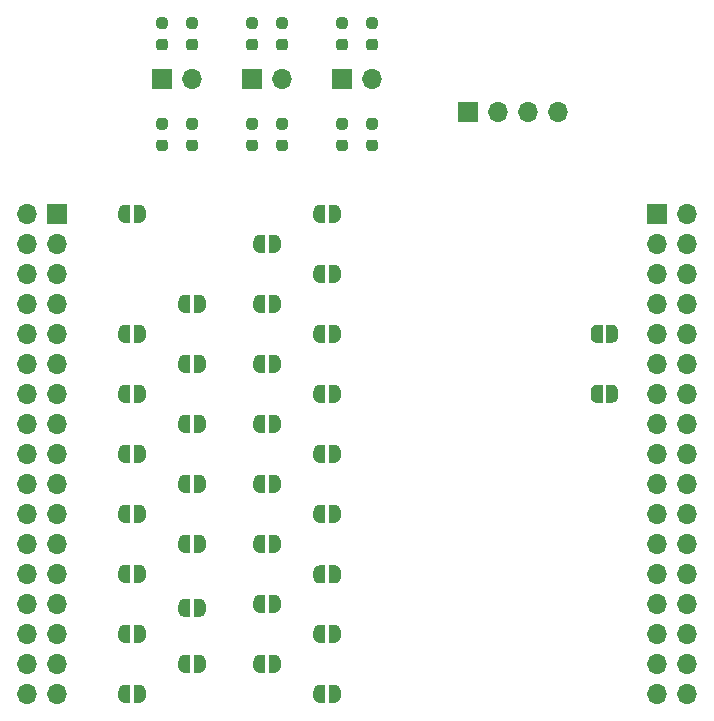
<source format=gbr>
%TF.GenerationSoftware,KiCad,Pcbnew,(5.1.9)-1*%
%TF.CreationDate,2021-04-28T20:19:28+10:00*%
%TF.ProjectId,Gotek-PS2,476f7465-6b2d-4505-9332-2e6b69636164,rev?*%
%TF.SameCoordinates,Original*%
%TF.FileFunction,Soldermask,Top*%
%TF.FilePolarity,Negative*%
%FSLAX46Y46*%
G04 Gerber Fmt 4.6, Leading zero omitted, Abs format (unit mm)*
G04 Created by KiCad (PCBNEW (5.1.9)-1) date 2021-04-28 20:19:28*
%MOMM*%
%LPD*%
G01*
G04 APERTURE LIST*
%ADD10C,0.100000*%
%ADD11O,1.700000X1.700000*%
%ADD12R,1.700000X1.700000*%
G04 APERTURE END LIST*
%TO.C,R12*%
G36*
G01*
X107712500Y-63567500D02*
X108187500Y-63567500D01*
G75*
G02*
X108425000Y-63805000I0J-237500D01*
G01*
X108425000Y-64305000D01*
G75*
G02*
X108187500Y-64542500I-237500J0D01*
G01*
X107712500Y-64542500D01*
G75*
G02*
X107475000Y-64305000I0J237500D01*
G01*
X107475000Y-63805000D01*
G75*
G02*
X107712500Y-63567500I237500J0D01*
G01*
G37*
G36*
G01*
X107712500Y-61742500D02*
X108187500Y-61742500D01*
G75*
G02*
X108425000Y-61980000I0J-237500D01*
G01*
X108425000Y-62480000D01*
G75*
G02*
X108187500Y-62717500I-237500J0D01*
G01*
X107712500Y-62717500D01*
G75*
G02*
X107475000Y-62480000I0J237500D01*
G01*
X107475000Y-61980000D01*
G75*
G02*
X107712500Y-61742500I237500J0D01*
G01*
G37*
%TD*%
%TO.C,R11*%
G36*
G01*
X107712500Y-55035000D02*
X108187500Y-55035000D01*
G75*
G02*
X108425000Y-55272500I0J-237500D01*
G01*
X108425000Y-55772500D01*
G75*
G02*
X108187500Y-56010000I-237500J0D01*
G01*
X107712500Y-56010000D01*
G75*
G02*
X107475000Y-55772500I0J237500D01*
G01*
X107475000Y-55272500D01*
G75*
G02*
X107712500Y-55035000I237500J0D01*
G01*
G37*
G36*
G01*
X107712500Y-53210000D02*
X108187500Y-53210000D01*
G75*
G02*
X108425000Y-53447500I0J-237500D01*
G01*
X108425000Y-53947500D01*
G75*
G02*
X108187500Y-54185000I-237500J0D01*
G01*
X107712500Y-54185000D01*
G75*
G02*
X107475000Y-53947500I0J237500D01*
G01*
X107475000Y-53447500D01*
G75*
G02*
X107712500Y-53210000I237500J0D01*
G01*
G37*
%TD*%
%TO.C,R10*%
G36*
G01*
X105172500Y-63567500D02*
X105647500Y-63567500D01*
G75*
G02*
X105885000Y-63805000I0J-237500D01*
G01*
X105885000Y-64305000D01*
G75*
G02*
X105647500Y-64542500I-237500J0D01*
G01*
X105172500Y-64542500D01*
G75*
G02*
X104935000Y-64305000I0J237500D01*
G01*
X104935000Y-63805000D01*
G75*
G02*
X105172500Y-63567500I237500J0D01*
G01*
G37*
G36*
G01*
X105172500Y-61742500D02*
X105647500Y-61742500D01*
G75*
G02*
X105885000Y-61980000I0J-237500D01*
G01*
X105885000Y-62480000D01*
G75*
G02*
X105647500Y-62717500I-237500J0D01*
G01*
X105172500Y-62717500D01*
G75*
G02*
X104935000Y-62480000I0J237500D01*
G01*
X104935000Y-61980000D01*
G75*
G02*
X105172500Y-61742500I237500J0D01*
G01*
G37*
%TD*%
%TO.C,R9*%
G36*
G01*
X105172500Y-55035000D02*
X105647500Y-55035000D01*
G75*
G02*
X105885000Y-55272500I0J-237500D01*
G01*
X105885000Y-55772500D01*
G75*
G02*
X105647500Y-56010000I-237500J0D01*
G01*
X105172500Y-56010000D01*
G75*
G02*
X104935000Y-55772500I0J237500D01*
G01*
X104935000Y-55272500D01*
G75*
G02*
X105172500Y-55035000I237500J0D01*
G01*
G37*
G36*
G01*
X105172500Y-53210000D02*
X105647500Y-53210000D01*
G75*
G02*
X105885000Y-53447500I0J-237500D01*
G01*
X105885000Y-53947500D01*
G75*
G02*
X105647500Y-54185000I-237500J0D01*
G01*
X105172500Y-54185000D01*
G75*
G02*
X104935000Y-53947500I0J237500D01*
G01*
X104935000Y-53447500D01*
G75*
G02*
X105172500Y-53210000I237500J0D01*
G01*
G37*
%TD*%
%TO.C,R8*%
G36*
G01*
X115332500Y-63567500D02*
X115807500Y-63567500D01*
G75*
G02*
X116045000Y-63805000I0J-237500D01*
G01*
X116045000Y-64305000D01*
G75*
G02*
X115807500Y-64542500I-237500J0D01*
G01*
X115332500Y-64542500D01*
G75*
G02*
X115095000Y-64305000I0J237500D01*
G01*
X115095000Y-63805000D01*
G75*
G02*
X115332500Y-63567500I237500J0D01*
G01*
G37*
G36*
G01*
X115332500Y-61742500D02*
X115807500Y-61742500D01*
G75*
G02*
X116045000Y-61980000I0J-237500D01*
G01*
X116045000Y-62480000D01*
G75*
G02*
X115807500Y-62717500I-237500J0D01*
G01*
X115332500Y-62717500D01*
G75*
G02*
X115095000Y-62480000I0J237500D01*
G01*
X115095000Y-61980000D01*
G75*
G02*
X115332500Y-61742500I237500J0D01*
G01*
G37*
%TD*%
%TO.C,R7*%
G36*
G01*
X115332500Y-55035000D02*
X115807500Y-55035000D01*
G75*
G02*
X116045000Y-55272500I0J-237500D01*
G01*
X116045000Y-55772500D01*
G75*
G02*
X115807500Y-56010000I-237500J0D01*
G01*
X115332500Y-56010000D01*
G75*
G02*
X115095000Y-55772500I0J237500D01*
G01*
X115095000Y-55272500D01*
G75*
G02*
X115332500Y-55035000I237500J0D01*
G01*
G37*
G36*
G01*
X115332500Y-53210000D02*
X115807500Y-53210000D01*
G75*
G02*
X116045000Y-53447500I0J-237500D01*
G01*
X116045000Y-53947500D01*
G75*
G02*
X115807500Y-54185000I-237500J0D01*
G01*
X115332500Y-54185000D01*
G75*
G02*
X115095000Y-53947500I0J237500D01*
G01*
X115095000Y-53447500D01*
G75*
G02*
X115332500Y-53210000I237500J0D01*
G01*
G37*
%TD*%
%TO.C,R6*%
G36*
G01*
X100092500Y-63567500D02*
X100567500Y-63567500D01*
G75*
G02*
X100805000Y-63805000I0J-237500D01*
G01*
X100805000Y-64305000D01*
G75*
G02*
X100567500Y-64542500I-237500J0D01*
G01*
X100092500Y-64542500D01*
G75*
G02*
X99855000Y-64305000I0J237500D01*
G01*
X99855000Y-63805000D01*
G75*
G02*
X100092500Y-63567500I237500J0D01*
G01*
G37*
G36*
G01*
X100092500Y-61742500D02*
X100567500Y-61742500D01*
G75*
G02*
X100805000Y-61980000I0J-237500D01*
G01*
X100805000Y-62480000D01*
G75*
G02*
X100567500Y-62717500I-237500J0D01*
G01*
X100092500Y-62717500D01*
G75*
G02*
X99855000Y-62480000I0J237500D01*
G01*
X99855000Y-61980000D01*
G75*
G02*
X100092500Y-61742500I237500J0D01*
G01*
G37*
%TD*%
%TO.C,R5*%
G36*
G01*
X100092500Y-55035000D02*
X100567500Y-55035000D01*
G75*
G02*
X100805000Y-55272500I0J-237500D01*
G01*
X100805000Y-55772500D01*
G75*
G02*
X100567500Y-56010000I-237500J0D01*
G01*
X100092500Y-56010000D01*
G75*
G02*
X99855000Y-55772500I0J237500D01*
G01*
X99855000Y-55272500D01*
G75*
G02*
X100092500Y-55035000I237500J0D01*
G01*
G37*
G36*
G01*
X100092500Y-53210000D02*
X100567500Y-53210000D01*
G75*
G02*
X100805000Y-53447500I0J-237500D01*
G01*
X100805000Y-53947500D01*
G75*
G02*
X100567500Y-54185000I-237500J0D01*
G01*
X100092500Y-54185000D01*
G75*
G02*
X99855000Y-53947500I0J237500D01*
G01*
X99855000Y-53447500D01*
G75*
G02*
X100092500Y-53210000I237500J0D01*
G01*
G37*
%TD*%
%TO.C,R4*%
G36*
G01*
X112792500Y-63567500D02*
X113267500Y-63567500D01*
G75*
G02*
X113505000Y-63805000I0J-237500D01*
G01*
X113505000Y-64305000D01*
G75*
G02*
X113267500Y-64542500I-237500J0D01*
G01*
X112792500Y-64542500D01*
G75*
G02*
X112555000Y-64305000I0J237500D01*
G01*
X112555000Y-63805000D01*
G75*
G02*
X112792500Y-63567500I237500J0D01*
G01*
G37*
G36*
G01*
X112792500Y-61742500D02*
X113267500Y-61742500D01*
G75*
G02*
X113505000Y-61980000I0J-237500D01*
G01*
X113505000Y-62480000D01*
G75*
G02*
X113267500Y-62717500I-237500J0D01*
G01*
X112792500Y-62717500D01*
G75*
G02*
X112555000Y-62480000I0J237500D01*
G01*
X112555000Y-61980000D01*
G75*
G02*
X112792500Y-61742500I237500J0D01*
G01*
G37*
%TD*%
%TO.C,R3*%
G36*
G01*
X112792500Y-55035000D02*
X113267500Y-55035000D01*
G75*
G02*
X113505000Y-55272500I0J-237500D01*
G01*
X113505000Y-55772500D01*
G75*
G02*
X113267500Y-56010000I-237500J0D01*
G01*
X112792500Y-56010000D01*
G75*
G02*
X112555000Y-55772500I0J237500D01*
G01*
X112555000Y-55272500D01*
G75*
G02*
X112792500Y-55035000I237500J0D01*
G01*
G37*
G36*
G01*
X112792500Y-53210000D02*
X113267500Y-53210000D01*
G75*
G02*
X113505000Y-53447500I0J-237500D01*
G01*
X113505000Y-53947500D01*
G75*
G02*
X113267500Y-54185000I-237500J0D01*
G01*
X112792500Y-54185000D01*
G75*
G02*
X112555000Y-53947500I0J237500D01*
G01*
X112555000Y-53447500D01*
G75*
G02*
X112792500Y-53210000I237500J0D01*
G01*
G37*
%TD*%
%TO.C,R2*%
G36*
G01*
X97552500Y-63567500D02*
X98027500Y-63567500D01*
G75*
G02*
X98265000Y-63805000I0J-237500D01*
G01*
X98265000Y-64305000D01*
G75*
G02*
X98027500Y-64542500I-237500J0D01*
G01*
X97552500Y-64542500D01*
G75*
G02*
X97315000Y-64305000I0J237500D01*
G01*
X97315000Y-63805000D01*
G75*
G02*
X97552500Y-63567500I237500J0D01*
G01*
G37*
G36*
G01*
X97552500Y-61742500D02*
X98027500Y-61742500D01*
G75*
G02*
X98265000Y-61980000I0J-237500D01*
G01*
X98265000Y-62480000D01*
G75*
G02*
X98027500Y-62717500I-237500J0D01*
G01*
X97552500Y-62717500D01*
G75*
G02*
X97315000Y-62480000I0J237500D01*
G01*
X97315000Y-61980000D01*
G75*
G02*
X97552500Y-61742500I237500J0D01*
G01*
G37*
%TD*%
%TO.C,R1*%
G36*
G01*
X97552500Y-55035000D02*
X98027500Y-55035000D01*
G75*
G02*
X98265000Y-55272500I0J-237500D01*
G01*
X98265000Y-55772500D01*
G75*
G02*
X98027500Y-56010000I-237500J0D01*
G01*
X97552500Y-56010000D01*
G75*
G02*
X97315000Y-55772500I0J237500D01*
G01*
X97315000Y-55272500D01*
G75*
G02*
X97552500Y-55035000I237500J0D01*
G01*
G37*
G36*
G01*
X97552500Y-53210000D02*
X98027500Y-53210000D01*
G75*
G02*
X98265000Y-53447500I0J-237500D01*
G01*
X98265000Y-53947500D01*
G75*
G02*
X98027500Y-54185000I-237500J0D01*
G01*
X97552500Y-54185000D01*
G75*
G02*
X97315000Y-53947500I0J237500D01*
G01*
X97315000Y-53447500D01*
G75*
G02*
X97552500Y-53210000I237500J0D01*
G01*
G37*
%TD*%
D10*
%TO.C,JP34*%
G36*
X100180000Y-108700000D02*
G01*
X99680000Y-108700000D01*
X99680000Y-108699398D01*
X99655466Y-108699398D01*
X99606635Y-108694588D01*
X99558510Y-108685016D01*
X99511555Y-108670772D01*
X99466222Y-108651995D01*
X99422949Y-108628864D01*
X99382150Y-108601604D01*
X99344221Y-108570476D01*
X99309524Y-108535779D01*
X99278396Y-108497850D01*
X99251136Y-108457051D01*
X99228005Y-108413778D01*
X99209228Y-108368445D01*
X99194984Y-108321490D01*
X99185412Y-108273365D01*
X99180602Y-108224534D01*
X99180602Y-108200000D01*
X99180000Y-108200000D01*
X99180000Y-107700000D01*
X99180602Y-107700000D01*
X99180602Y-107675466D01*
X99185412Y-107626635D01*
X99194984Y-107578510D01*
X99209228Y-107531555D01*
X99228005Y-107486222D01*
X99251136Y-107442949D01*
X99278396Y-107402150D01*
X99309524Y-107364221D01*
X99344221Y-107329524D01*
X99382150Y-107298396D01*
X99422949Y-107271136D01*
X99466222Y-107248005D01*
X99511555Y-107229228D01*
X99558510Y-107214984D01*
X99606635Y-107205412D01*
X99655466Y-107200602D01*
X99680000Y-107200602D01*
X99680000Y-107200000D01*
X100180000Y-107200000D01*
X100180000Y-108700000D01*
G37*
G36*
X100980000Y-107200602D02*
G01*
X101004534Y-107200602D01*
X101053365Y-107205412D01*
X101101490Y-107214984D01*
X101148445Y-107229228D01*
X101193778Y-107248005D01*
X101237051Y-107271136D01*
X101277850Y-107298396D01*
X101315779Y-107329524D01*
X101350476Y-107364221D01*
X101381604Y-107402150D01*
X101408864Y-107442949D01*
X101431995Y-107486222D01*
X101450772Y-107531555D01*
X101465016Y-107578510D01*
X101474588Y-107626635D01*
X101479398Y-107675466D01*
X101479398Y-107700000D01*
X101480000Y-107700000D01*
X101480000Y-108200000D01*
X101479398Y-108200000D01*
X101479398Y-108224534D01*
X101474588Y-108273365D01*
X101465016Y-108321490D01*
X101450772Y-108368445D01*
X101431995Y-108413778D01*
X101408864Y-108457051D01*
X101381604Y-108497850D01*
X101350476Y-108535779D01*
X101315779Y-108570476D01*
X101277850Y-108601604D01*
X101237051Y-108628864D01*
X101193778Y-108651995D01*
X101148445Y-108670772D01*
X101101490Y-108685016D01*
X101053365Y-108694588D01*
X101004534Y-108699398D01*
X100980000Y-108699398D01*
X100980000Y-108700000D01*
X100480000Y-108700000D01*
X100480000Y-107200000D01*
X100980000Y-107200000D01*
X100980000Y-107200602D01*
G37*
%TD*%
%TO.C,JP33*%
G36*
X100180000Y-103960000D02*
G01*
X99680000Y-103960000D01*
X99680000Y-103959398D01*
X99655466Y-103959398D01*
X99606635Y-103954588D01*
X99558510Y-103945016D01*
X99511555Y-103930772D01*
X99466222Y-103911995D01*
X99422949Y-103888864D01*
X99382150Y-103861604D01*
X99344221Y-103830476D01*
X99309524Y-103795779D01*
X99278396Y-103757850D01*
X99251136Y-103717051D01*
X99228005Y-103673778D01*
X99209228Y-103628445D01*
X99194984Y-103581490D01*
X99185412Y-103533365D01*
X99180602Y-103484534D01*
X99180602Y-103460000D01*
X99180000Y-103460000D01*
X99180000Y-102960000D01*
X99180602Y-102960000D01*
X99180602Y-102935466D01*
X99185412Y-102886635D01*
X99194984Y-102838510D01*
X99209228Y-102791555D01*
X99228005Y-102746222D01*
X99251136Y-102702949D01*
X99278396Y-102662150D01*
X99309524Y-102624221D01*
X99344221Y-102589524D01*
X99382150Y-102558396D01*
X99422949Y-102531136D01*
X99466222Y-102508005D01*
X99511555Y-102489228D01*
X99558510Y-102474984D01*
X99606635Y-102465412D01*
X99655466Y-102460602D01*
X99680000Y-102460602D01*
X99680000Y-102460000D01*
X100180000Y-102460000D01*
X100180000Y-103960000D01*
G37*
G36*
X100980000Y-102460602D02*
G01*
X101004534Y-102460602D01*
X101053365Y-102465412D01*
X101101490Y-102474984D01*
X101148445Y-102489228D01*
X101193778Y-102508005D01*
X101237051Y-102531136D01*
X101277850Y-102558396D01*
X101315779Y-102589524D01*
X101350476Y-102624221D01*
X101381604Y-102662150D01*
X101408864Y-102702949D01*
X101431995Y-102746222D01*
X101450772Y-102791555D01*
X101465016Y-102838510D01*
X101474588Y-102886635D01*
X101479398Y-102935466D01*
X101479398Y-102960000D01*
X101480000Y-102960000D01*
X101480000Y-103460000D01*
X101479398Y-103460000D01*
X101479398Y-103484534D01*
X101474588Y-103533365D01*
X101465016Y-103581490D01*
X101450772Y-103628445D01*
X101431995Y-103673778D01*
X101408864Y-103717051D01*
X101381604Y-103757850D01*
X101350476Y-103795779D01*
X101315779Y-103830476D01*
X101277850Y-103861604D01*
X101237051Y-103888864D01*
X101193778Y-103911995D01*
X101148445Y-103930772D01*
X101101490Y-103945016D01*
X101053365Y-103954588D01*
X101004534Y-103959398D01*
X100980000Y-103959398D01*
X100980000Y-103960000D01*
X100480000Y-103960000D01*
X100480000Y-102460000D01*
X100980000Y-102460000D01*
X100980000Y-102460602D01*
G37*
%TD*%
%TO.C,JP32*%
G36*
X100180000Y-98540000D02*
G01*
X99680000Y-98540000D01*
X99680000Y-98539398D01*
X99655466Y-98539398D01*
X99606635Y-98534588D01*
X99558510Y-98525016D01*
X99511555Y-98510772D01*
X99466222Y-98491995D01*
X99422949Y-98468864D01*
X99382150Y-98441604D01*
X99344221Y-98410476D01*
X99309524Y-98375779D01*
X99278396Y-98337850D01*
X99251136Y-98297051D01*
X99228005Y-98253778D01*
X99209228Y-98208445D01*
X99194984Y-98161490D01*
X99185412Y-98113365D01*
X99180602Y-98064534D01*
X99180602Y-98040000D01*
X99180000Y-98040000D01*
X99180000Y-97540000D01*
X99180602Y-97540000D01*
X99180602Y-97515466D01*
X99185412Y-97466635D01*
X99194984Y-97418510D01*
X99209228Y-97371555D01*
X99228005Y-97326222D01*
X99251136Y-97282949D01*
X99278396Y-97242150D01*
X99309524Y-97204221D01*
X99344221Y-97169524D01*
X99382150Y-97138396D01*
X99422949Y-97111136D01*
X99466222Y-97088005D01*
X99511555Y-97069228D01*
X99558510Y-97054984D01*
X99606635Y-97045412D01*
X99655466Y-97040602D01*
X99680000Y-97040602D01*
X99680000Y-97040000D01*
X100180000Y-97040000D01*
X100180000Y-98540000D01*
G37*
G36*
X100980000Y-97040602D02*
G01*
X101004534Y-97040602D01*
X101053365Y-97045412D01*
X101101490Y-97054984D01*
X101148445Y-97069228D01*
X101193778Y-97088005D01*
X101237051Y-97111136D01*
X101277850Y-97138396D01*
X101315779Y-97169524D01*
X101350476Y-97204221D01*
X101381604Y-97242150D01*
X101408864Y-97282949D01*
X101431995Y-97326222D01*
X101450772Y-97371555D01*
X101465016Y-97418510D01*
X101474588Y-97466635D01*
X101479398Y-97515466D01*
X101479398Y-97540000D01*
X101480000Y-97540000D01*
X101480000Y-98040000D01*
X101479398Y-98040000D01*
X101479398Y-98064534D01*
X101474588Y-98113365D01*
X101465016Y-98161490D01*
X101450772Y-98208445D01*
X101431995Y-98253778D01*
X101408864Y-98297051D01*
X101381604Y-98337850D01*
X101350476Y-98375779D01*
X101315779Y-98410476D01*
X101277850Y-98441604D01*
X101237051Y-98468864D01*
X101193778Y-98491995D01*
X101148445Y-98510772D01*
X101101490Y-98525016D01*
X101053365Y-98534588D01*
X101004534Y-98539398D01*
X100980000Y-98539398D01*
X100980000Y-98540000D01*
X100480000Y-98540000D01*
X100480000Y-97040000D01*
X100980000Y-97040000D01*
X100980000Y-97040602D01*
G37*
%TD*%
%TO.C,JP31*%
G36*
X100180000Y-93460000D02*
G01*
X99680000Y-93460000D01*
X99680000Y-93459398D01*
X99655466Y-93459398D01*
X99606635Y-93454588D01*
X99558510Y-93445016D01*
X99511555Y-93430772D01*
X99466222Y-93411995D01*
X99422949Y-93388864D01*
X99382150Y-93361604D01*
X99344221Y-93330476D01*
X99309524Y-93295779D01*
X99278396Y-93257850D01*
X99251136Y-93217051D01*
X99228005Y-93173778D01*
X99209228Y-93128445D01*
X99194984Y-93081490D01*
X99185412Y-93033365D01*
X99180602Y-92984534D01*
X99180602Y-92960000D01*
X99180000Y-92960000D01*
X99180000Y-92460000D01*
X99180602Y-92460000D01*
X99180602Y-92435466D01*
X99185412Y-92386635D01*
X99194984Y-92338510D01*
X99209228Y-92291555D01*
X99228005Y-92246222D01*
X99251136Y-92202949D01*
X99278396Y-92162150D01*
X99309524Y-92124221D01*
X99344221Y-92089524D01*
X99382150Y-92058396D01*
X99422949Y-92031136D01*
X99466222Y-92008005D01*
X99511555Y-91989228D01*
X99558510Y-91974984D01*
X99606635Y-91965412D01*
X99655466Y-91960602D01*
X99680000Y-91960602D01*
X99680000Y-91960000D01*
X100180000Y-91960000D01*
X100180000Y-93460000D01*
G37*
G36*
X100980000Y-91960602D02*
G01*
X101004534Y-91960602D01*
X101053365Y-91965412D01*
X101101490Y-91974984D01*
X101148445Y-91989228D01*
X101193778Y-92008005D01*
X101237051Y-92031136D01*
X101277850Y-92058396D01*
X101315779Y-92089524D01*
X101350476Y-92124221D01*
X101381604Y-92162150D01*
X101408864Y-92202949D01*
X101431995Y-92246222D01*
X101450772Y-92291555D01*
X101465016Y-92338510D01*
X101474588Y-92386635D01*
X101479398Y-92435466D01*
X101479398Y-92460000D01*
X101480000Y-92460000D01*
X101480000Y-92960000D01*
X101479398Y-92960000D01*
X101479398Y-92984534D01*
X101474588Y-93033365D01*
X101465016Y-93081490D01*
X101450772Y-93128445D01*
X101431995Y-93173778D01*
X101408864Y-93217051D01*
X101381604Y-93257850D01*
X101350476Y-93295779D01*
X101315779Y-93330476D01*
X101277850Y-93361604D01*
X101237051Y-93388864D01*
X101193778Y-93411995D01*
X101148445Y-93430772D01*
X101101490Y-93445016D01*
X101053365Y-93454588D01*
X101004534Y-93459398D01*
X100980000Y-93459398D01*
X100980000Y-93460000D01*
X100480000Y-93460000D01*
X100480000Y-91960000D01*
X100980000Y-91960000D01*
X100980000Y-91960602D01*
G37*
%TD*%
%TO.C,JP30*%
G36*
X100180000Y-88380000D02*
G01*
X99680000Y-88380000D01*
X99680000Y-88379398D01*
X99655466Y-88379398D01*
X99606635Y-88374588D01*
X99558510Y-88365016D01*
X99511555Y-88350772D01*
X99466222Y-88331995D01*
X99422949Y-88308864D01*
X99382150Y-88281604D01*
X99344221Y-88250476D01*
X99309524Y-88215779D01*
X99278396Y-88177850D01*
X99251136Y-88137051D01*
X99228005Y-88093778D01*
X99209228Y-88048445D01*
X99194984Y-88001490D01*
X99185412Y-87953365D01*
X99180602Y-87904534D01*
X99180602Y-87880000D01*
X99180000Y-87880000D01*
X99180000Y-87380000D01*
X99180602Y-87380000D01*
X99180602Y-87355466D01*
X99185412Y-87306635D01*
X99194984Y-87258510D01*
X99209228Y-87211555D01*
X99228005Y-87166222D01*
X99251136Y-87122949D01*
X99278396Y-87082150D01*
X99309524Y-87044221D01*
X99344221Y-87009524D01*
X99382150Y-86978396D01*
X99422949Y-86951136D01*
X99466222Y-86928005D01*
X99511555Y-86909228D01*
X99558510Y-86894984D01*
X99606635Y-86885412D01*
X99655466Y-86880602D01*
X99680000Y-86880602D01*
X99680000Y-86880000D01*
X100180000Y-86880000D01*
X100180000Y-88380000D01*
G37*
G36*
X100980000Y-86880602D02*
G01*
X101004534Y-86880602D01*
X101053365Y-86885412D01*
X101101490Y-86894984D01*
X101148445Y-86909228D01*
X101193778Y-86928005D01*
X101237051Y-86951136D01*
X101277850Y-86978396D01*
X101315779Y-87009524D01*
X101350476Y-87044221D01*
X101381604Y-87082150D01*
X101408864Y-87122949D01*
X101431995Y-87166222D01*
X101450772Y-87211555D01*
X101465016Y-87258510D01*
X101474588Y-87306635D01*
X101479398Y-87355466D01*
X101479398Y-87380000D01*
X101480000Y-87380000D01*
X101480000Y-87880000D01*
X101479398Y-87880000D01*
X101479398Y-87904534D01*
X101474588Y-87953365D01*
X101465016Y-88001490D01*
X101450772Y-88048445D01*
X101431995Y-88093778D01*
X101408864Y-88137051D01*
X101381604Y-88177850D01*
X101350476Y-88215779D01*
X101315779Y-88250476D01*
X101277850Y-88281604D01*
X101237051Y-88308864D01*
X101193778Y-88331995D01*
X101148445Y-88350772D01*
X101101490Y-88365016D01*
X101053365Y-88374588D01*
X101004534Y-88379398D01*
X100980000Y-88379398D01*
X100980000Y-88380000D01*
X100480000Y-88380000D01*
X100480000Y-86880000D01*
X100980000Y-86880000D01*
X100980000Y-86880602D01*
G37*
%TD*%
%TO.C,JP29*%
G36*
X100180000Y-83300000D02*
G01*
X99680000Y-83300000D01*
X99680000Y-83299398D01*
X99655466Y-83299398D01*
X99606635Y-83294588D01*
X99558510Y-83285016D01*
X99511555Y-83270772D01*
X99466222Y-83251995D01*
X99422949Y-83228864D01*
X99382150Y-83201604D01*
X99344221Y-83170476D01*
X99309524Y-83135779D01*
X99278396Y-83097850D01*
X99251136Y-83057051D01*
X99228005Y-83013778D01*
X99209228Y-82968445D01*
X99194984Y-82921490D01*
X99185412Y-82873365D01*
X99180602Y-82824534D01*
X99180602Y-82800000D01*
X99180000Y-82800000D01*
X99180000Y-82300000D01*
X99180602Y-82300000D01*
X99180602Y-82275466D01*
X99185412Y-82226635D01*
X99194984Y-82178510D01*
X99209228Y-82131555D01*
X99228005Y-82086222D01*
X99251136Y-82042949D01*
X99278396Y-82002150D01*
X99309524Y-81964221D01*
X99344221Y-81929524D01*
X99382150Y-81898396D01*
X99422949Y-81871136D01*
X99466222Y-81848005D01*
X99511555Y-81829228D01*
X99558510Y-81814984D01*
X99606635Y-81805412D01*
X99655466Y-81800602D01*
X99680000Y-81800602D01*
X99680000Y-81800000D01*
X100180000Y-81800000D01*
X100180000Y-83300000D01*
G37*
G36*
X100980000Y-81800602D02*
G01*
X101004534Y-81800602D01*
X101053365Y-81805412D01*
X101101490Y-81814984D01*
X101148445Y-81829228D01*
X101193778Y-81848005D01*
X101237051Y-81871136D01*
X101277850Y-81898396D01*
X101315779Y-81929524D01*
X101350476Y-81964221D01*
X101381604Y-82002150D01*
X101408864Y-82042949D01*
X101431995Y-82086222D01*
X101450772Y-82131555D01*
X101465016Y-82178510D01*
X101474588Y-82226635D01*
X101479398Y-82275466D01*
X101479398Y-82300000D01*
X101480000Y-82300000D01*
X101480000Y-82800000D01*
X101479398Y-82800000D01*
X101479398Y-82824534D01*
X101474588Y-82873365D01*
X101465016Y-82921490D01*
X101450772Y-82968445D01*
X101431995Y-83013778D01*
X101408864Y-83057051D01*
X101381604Y-83097850D01*
X101350476Y-83135779D01*
X101315779Y-83170476D01*
X101277850Y-83201604D01*
X101237051Y-83228864D01*
X101193778Y-83251995D01*
X101148445Y-83270772D01*
X101101490Y-83285016D01*
X101053365Y-83294588D01*
X101004534Y-83299398D01*
X100980000Y-83299398D01*
X100980000Y-83300000D01*
X100480000Y-83300000D01*
X100480000Y-81800000D01*
X100980000Y-81800000D01*
X100980000Y-81800602D01*
G37*
%TD*%
%TO.C,JP28*%
G36*
X100180000Y-78220000D02*
G01*
X99680000Y-78220000D01*
X99680000Y-78219398D01*
X99655466Y-78219398D01*
X99606635Y-78214588D01*
X99558510Y-78205016D01*
X99511555Y-78190772D01*
X99466222Y-78171995D01*
X99422949Y-78148864D01*
X99382150Y-78121604D01*
X99344221Y-78090476D01*
X99309524Y-78055779D01*
X99278396Y-78017850D01*
X99251136Y-77977051D01*
X99228005Y-77933778D01*
X99209228Y-77888445D01*
X99194984Y-77841490D01*
X99185412Y-77793365D01*
X99180602Y-77744534D01*
X99180602Y-77720000D01*
X99180000Y-77720000D01*
X99180000Y-77220000D01*
X99180602Y-77220000D01*
X99180602Y-77195466D01*
X99185412Y-77146635D01*
X99194984Y-77098510D01*
X99209228Y-77051555D01*
X99228005Y-77006222D01*
X99251136Y-76962949D01*
X99278396Y-76922150D01*
X99309524Y-76884221D01*
X99344221Y-76849524D01*
X99382150Y-76818396D01*
X99422949Y-76791136D01*
X99466222Y-76768005D01*
X99511555Y-76749228D01*
X99558510Y-76734984D01*
X99606635Y-76725412D01*
X99655466Y-76720602D01*
X99680000Y-76720602D01*
X99680000Y-76720000D01*
X100180000Y-76720000D01*
X100180000Y-78220000D01*
G37*
G36*
X100980000Y-76720602D02*
G01*
X101004534Y-76720602D01*
X101053365Y-76725412D01*
X101101490Y-76734984D01*
X101148445Y-76749228D01*
X101193778Y-76768005D01*
X101237051Y-76791136D01*
X101277850Y-76818396D01*
X101315779Y-76849524D01*
X101350476Y-76884221D01*
X101381604Y-76922150D01*
X101408864Y-76962949D01*
X101431995Y-77006222D01*
X101450772Y-77051555D01*
X101465016Y-77098510D01*
X101474588Y-77146635D01*
X101479398Y-77195466D01*
X101479398Y-77220000D01*
X101480000Y-77220000D01*
X101480000Y-77720000D01*
X101479398Y-77720000D01*
X101479398Y-77744534D01*
X101474588Y-77793365D01*
X101465016Y-77841490D01*
X101450772Y-77888445D01*
X101431995Y-77933778D01*
X101408864Y-77977051D01*
X101381604Y-78017850D01*
X101350476Y-78055779D01*
X101315779Y-78090476D01*
X101277850Y-78121604D01*
X101237051Y-78148864D01*
X101193778Y-78171995D01*
X101148445Y-78190772D01*
X101101490Y-78205016D01*
X101053365Y-78214588D01*
X101004534Y-78219398D01*
X100980000Y-78219398D01*
X100980000Y-78220000D01*
X100480000Y-78220000D01*
X100480000Y-76720000D01*
X100980000Y-76720000D01*
X100980000Y-76720602D01*
G37*
%TD*%
%TO.C,JP27*%
G36*
X95100000Y-111240000D02*
G01*
X94600000Y-111240000D01*
X94600000Y-111239398D01*
X94575466Y-111239398D01*
X94526635Y-111234588D01*
X94478510Y-111225016D01*
X94431555Y-111210772D01*
X94386222Y-111191995D01*
X94342949Y-111168864D01*
X94302150Y-111141604D01*
X94264221Y-111110476D01*
X94229524Y-111075779D01*
X94198396Y-111037850D01*
X94171136Y-110997051D01*
X94148005Y-110953778D01*
X94129228Y-110908445D01*
X94114984Y-110861490D01*
X94105412Y-110813365D01*
X94100602Y-110764534D01*
X94100602Y-110740000D01*
X94100000Y-110740000D01*
X94100000Y-110240000D01*
X94100602Y-110240000D01*
X94100602Y-110215466D01*
X94105412Y-110166635D01*
X94114984Y-110118510D01*
X94129228Y-110071555D01*
X94148005Y-110026222D01*
X94171136Y-109982949D01*
X94198396Y-109942150D01*
X94229524Y-109904221D01*
X94264221Y-109869524D01*
X94302150Y-109838396D01*
X94342949Y-109811136D01*
X94386222Y-109788005D01*
X94431555Y-109769228D01*
X94478510Y-109754984D01*
X94526635Y-109745412D01*
X94575466Y-109740602D01*
X94600000Y-109740602D01*
X94600000Y-109740000D01*
X95100000Y-109740000D01*
X95100000Y-111240000D01*
G37*
G36*
X95900000Y-109740602D02*
G01*
X95924534Y-109740602D01*
X95973365Y-109745412D01*
X96021490Y-109754984D01*
X96068445Y-109769228D01*
X96113778Y-109788005D01*
X96157051Y-109811136D01*
X96197850Y-109838396D01*
X96235779Y-109869524D01*
X96270476Y-109904221D01*
X96301604Y-109942150D01*
X96328864Y-109982949D01*
X96351995Y-110026222D01*
X96370772Y-110071555D01*
X96385016Y-110118510D01*
X96394588Y-110166635D01*
X96399398Y-110215466D01*
X96399398Y-110240000D01*
X96400000Y-110240000D01*
X96400000Y-110740000D01*
X96399398Y-110740000D01*
X96399398Y-110764534D01*
X96394588Y-110813365D01*
X96385016Y-110861490D01*
X96370772Y-110908445D01*
X96351995Y-110953778D01*
X96328864Y-110997051D01*
X96301604Y-111037850D01*
X96270476Y-111075779D01*
X96235779Y-111110476D01*
X96197850Y-111141604D01*
X96157051Y-111168864D01*
X96113778Y-111191995D01*
X96068445Y-111210772D01*
X96021490Y-111225016D01*
X95973365Y-111234588D01*
X95924534Y-111239398D01*
X95900000Y-111239398D01*
X95900000Y-111240000D01*
X95400000Y-111240000D01*
X95400000Y-109740000D01*
X95900000Y-109740000D01*
X95900000Y-109740602D01*
G37*
%TD*%
%TO.C,JP26*%
G36*
X95100000Y-106160000D02*
G01*
X94600000Y-106160000D01*
X94600000Y-106159398D01*
X94575466Y-106159398D01*
X94526635Y-106154588D01*
X94478510Y-106145016D01*
X94431555Y-106130772D01*
X94386222Y-106111995D01*
X94342949Y-106088864D01*
X94302150Y-106061604D01*
X94264221Y-106030476D01*
X94229524Y-105995779D01*
X94198396Y-105957850D01*
X94171136Y-105917051D01*
X94148005Y-105873778D01*
X94129228Y-105828445D01*
X94114984Y-105781490D01*
X94105412Y-105733365D01*
X94100602Y-105684534D01*
X94100602Y-105660000D01*
X94100000Y-105660000D01*
X94100000Y-105160000D01*
X94100602Y-105160000D01*
X94100602Y-105135466D01*
X94105412Y-105086635D01*
X94114984Y-105038510D01*
X94129228Y-104991555D01*
X94148005Y-104946222D01*
X94171136Y-104902949D01*
X94198396Y-104862150D01*
X94229524Y-104824221D01*
X94264221Y-104789524D01*
X94302150Y-104758396D01*
X94342949Y-104731136D01*
X94386222Y-104708005D01*
X94431555Y-104689228D01*
X94478510Y-104674984D01*
X94526635Y-104665412D01*
X94575466Y-104660602D01*
X94600000Y-104660602D01*
X94600000Y-104660000D01*
X95100000Y-104660000D01*
X95100000Y-106160000D01*
G37*
G36*
X95900000Y-104660602D02*
G01*
X95924534Y-104660602D01*
X95973365Y-104665412D01*
X96021490Y-104674984D01*
X96068445Y-104689228D01*
X96113778Y-104708005D01*
X96157051Y-104731136D01*
X96197850Y-104758396D01*
X96235779Y-104789524D01*
X96270476Y-104824221D01*
X96301604Y-104862150D01*
X96328864Y-104902949D01*
X96351995Y-104946222D01*
X96370772Y-104991555D01*
X96385016Y-105038510D01*
X96394588Y-105086635D01*
X96399398Y-105135466D01*
X96399398Y-105160000D01*
X96400000Y-105160000D01*
X96400000Y-105660000D01*
X96399398Y-105660000D01*
X96399398Y-105684534D01*
X96394588Y-105733365D01*
X96385016Y-105781490D01*
X96370772Y-105828445D01*
X96351995Y-105873778D01*
X96328864Y-105917051D01*
X96301604Y-105957850D01*
X96270476Y-105995779D01*
X96235779Y-106030476D01*
X96197850Y-106061604D01*
X96157051Y-106088864D01*
X96113778Y-106111995D01*
X96068445Y-106130772D01*
X96021490Y-106145016D01*
X95973365Y-106154588D01*
X95924534Y-106159398D01*
X95900000Y-106159398D01*
X95900000Y-106160000D01*
X95400000Y-106160000D01*
X95400000Y-104660000D01*
X95900000Y-104660000D01*
X95900000Y-104660602D01*
G37*
%TD*%
%TO.C,JP25*%
G36*
X95100000Y-101080000D02*
G01*
X94600000Y-101080000D01*
X94600000Y-101079398D01*
X94575466Y-101079398D01*
X94526635Y-101074588D01*
X94478510Y-101065016D01*
X94431555Y-101050772D01*
X94386222Y-101031995D01*
X94342949Y-101008864D01*
X94302150Y-100981604D01*
X94264221Y-100950476D01*
X94229524Y-100915779D01*
X94198396Y-100877850D01*
X94171136Y-100837051D01*
X94148005Y-100793778D01*
X94129228Y-100748445D01*
X94114984Y-100701490D01*
X94105412Y-100653365D01*
X94100602Y-100604534D01*
X94100602Y-100580000D01*
X94100000Y-100580000D01*
X94100000Y-100080000D01*
X94100602Y-100080000D01*
X94100602Y-100055466D01*
X94105412Y-100006635D01*
X94114984Y-99958510D01*
X94129228Y-99911555D01*
X94148005Y-99866222D01*
X94171136Y-99822949D01*
X94198396Y-99782150D01*
X94229524Y-99744221D01*
X94264221Y-99709524D01*
X94302150Y-99678396D01*
X94342949Y-99651136D01*
X94386222Y-99628005D01*
X94431555Y-99609228D01*
X94478510Y-99594984D01*
X94526635Y-99585412D01*
X94575466Y-99580602D01*
X94600000Y-99580602D01*
X94600000Y-99580000D01*
X95100000Y-99580000D01*
X95100000Y-101080000D01*
G37*
G36*
X95900000Y-99580602D02*
G01*
X95924534Y-99580602D01*
X95973365Y-99585412D01*
X96021490Y-99594984D01*
X96068445Y-99609228D01*
X96113778Y-99628005D01*
X96157051Y-99651136D01*
X96197850Y-99678396D01*
X96235779Y-99709524D01*
X96270476Y-99744221D01*
X96301604Y-99782150D01*
X96328864Y-99822949D01*
X96351995Y-99866222D01*
X96370772Y-99911555D01*
X96385016Y-99958510D01*
X96394588Y-100006635D01*
X96399398Y-100055466D01*
X96399398Y-100080000D01*
X96400000Y-100080000D01*
X96400000Y-100580000D01*
X96399398Y-100580000D01*
X96399398Y-100604534D01*
X96394588Y-100653365D01*
X96385016Y-100701490D01*
X96370772Y-100748445D01*
X96351995Y-100793778D01*
X96328864Y-100837051D01*
X96301604Y-100877850D01*
X96270476Y-100915779D01*
X96235779Y-100950476D01*
X96197850Y-100981604D01*
X96157051Y-101008864D01*
X96113778Y-101031995D01*
X96068445Y-101050772D01*
X96021490Y-101065016D01*
X95973365Y-101074588D01*
X95924534Y-101079398D01*
X95900000Y-101079398D01*
X95900000Y-101080000D01*
X95400000Y-101080000D01*
X95400000Y-99580000D01*
X95900000Y-99580000D01*
X95900000Y-99580602D01*
G37*
%TD*%
%TO.C,JP24*%
G36*
X95100000Y-96000000D02*
G01*
X94600000Y-96000000D01*
X94600000Y-95999398D01*
X94575466Y-95999398D01*
X94526635Y-95994588D01*
X94478510Y-95985016D01*
X94431555Y-95970772D01*
X94386222Y-95951995D01*
X94342949Y-95928864D01*
X94302150Y-95901604D01*
X94264221Y-95870476D01*
X94229524Y-95835779D01*
X94198396Y-95797850D01*
X94171136Y-95757051D01*
X94148005Y-95713778D01*
X94129228Y-95668445D01*
X94114984Y-95621490D01*
X94105412Y-95573365D01*
X94100602Y-95524534D01*
X94100602Y-95500000D01*
X94100000Y-95500000D01*
X94100000Y-95000000D01*
X94100602Y-95000000D01*
X94100602Y-94975466D01*
X94105412Y-94926635D01*
X94114984Y-94878510D01*
X94129228Y-94831555D01*
X94148005Y-94786222D01*
X94171136Y-94742949D01*
X94198396Y-94702150D01*
X94229524Y-94664221D01*
X94264221Y-94629524D01*
X94302150Y-94598396D01*
X94342949Y-94571136D01*
X94386222Y-94548005D01*
X94431555Y-94529228D01*
X94478510Y-94514984D01*
X94526635Y-94505412D01*
X94575466Y-94500602D01*
X94600000Y-94500602D01*
X94600000Y-94500000D01*
X95100000Y-94500000D01*
X95100000Y-96000000D01*
G37*
G36*
X95900000Y-94500602D02*
G01*
X95924534Y-94500602D01*
X95973365Y-94505412D01*
X96021490Y-94514984D01*
X96068445Y-94529228D01*
X96113778Y-94548005D01*
X96157051Y-94571136D01*
X96197850Y-94598396D01*
X96235779Y-94629524D01*
X96270476Y-94664221D01*
X96301604Y-94702150D01*
X96328864Y-94742949D01*
X96351995Y-94786222D01*
X96370772Y-94831555D01*
X96385016Y-94878510D01*
X96394588Y-94926635D01*
X96399398Y-94975466D01*
X96399398Y-95000000D01*
X96400000Y-95000000D01*
X96400000Y-95500000D01*
X96399398Y-95500000D01*
X96399398Y-95524534D01*
X96394588Y-95573365D01*
X96385016Y-95621490D01*
X96370772Y-95668445D01*
X96351995Y-95713778D01*
X96328864Y-95757051D01*
X96301604Y-95797850D01*
X96270476Y-95835779D01*
X96235779Y-95870476D01*
X96197850Y-95901604D01*
X96157051Y-95928864D01*
X96113778Y-95951995D01*
X96068445Y-95970772D01*
X96021490Y-95985016D01*
X95973365Y-95994588D01*
X95924534Y-95999398D01*
X95900000Y-95999398D01*
X95900000Y-96000000D01*
X95400000Y-96000000D01*
X95400000Y-94500000D01*
X95900000Y-94500000D01*
X95900000Y-94500602D01*
G37*
%TD*%
%TO.C,JP23*%
G36*
X95100000Y-90920000D02*
G01*
X94600000Y-90920000D01*
X94600000Y-90919398D01*
X94575466Y-90919398D01*
X94526635Y-90914588D01*
X94478510Y-90905016D01*
X94431555Y-90890772D01*
X94386222Y-90871995D01*
X94342949Y-90848864D01*
X94302150Y-90821604D01*
X94264221Y-90790476D01*
X94229524Y-90755779D01*
X94198396Y-90717850D01*
X94171136Y-90677051D01*
X94148005Y-90633778D01*
X94129228Y-90588445D01*
X94114984Y-90541490D01*
X94105412Y-90493365D01*
X94100602Y-90444534D01*
X94100602Y-90420000D01*
X94100000Y-90420000D01*
X94100000Y-89920000D01*
X94100602Y-89920000D01*
X94100602Y-89895466D01*
X94105412Y-89846635D01*
X94114984Y-89798510D01*
X94129228Y-89751555D01*
X94148005Y-89706222D01*
X94171136Y-89662949D01*
X94198396Y-89622150D01*
X94229524Y-89584221D01*
X94264221Y-89549524D01*
X94302150Y-89518396D01*
X94342949Y-89491136D01*
X94386222Y-89468005D01*
X94431555Y-89449228D01*
X94478510Y-89434984D01*
X94526635Y-89425412D01*
X94575466Y-89420602D01*
X94600000Y-89420602D01*
X94600000Y-89420000D01*
X95100000Y-89420000D01*
X95100000Y-90920000D01*
G37*
G36*
X95900000Y-89420602D02*
G01*
X95924534Y-89420602D01*
X95973365Y-89425412D01*
X96021490Y-89434984D01*
X96068445Y-89449228D01*
X96113778Y-89468005D01*
X96157051Y-89491136D01*
X96197850Y-89518396D01*
X96235779Y-89549524D01*
X96270476Y-89584221D01*
X96301604Y-89622150D01*
X96328864Y-89662949D01*
X96351995Y-89706222D01*
X96370772Y-89751555D01*
X96385016Y-89798510D01*
X96394588Y-89846635D01*
X96399398Y-89895466D01*
X96399398Y-89920000D01*
X96400000Y-89920000D01*
X96400000Y-90420000D01*
X96399398Y-90420000D01*
X96399398Y-90444534D01*
X96394588Y-90493365D01*
X96385016Y-90541490D01*
X96370772Y-90588445D01*
X96351995Y-90633778D01*
X96328864Y-90677051D01*
X96301604Y-90717850D01*
X96270476Y-90755779D01*
X96235779Y-90790476D01*
X96197850Y-90821604D01*
X96157051Y-90848864D01*
X96113778Y-90871995D01*
X96068445Y-90890772D01*
X96021490Y-90905016D01*
X95973365Y-90914588D01*
X95924534Y-90919398D01*
X95900000Y-90919398D01*
X95900000Y-90920000D01*
X95400000Y-90920000D01*
X95400000Y-89420000D01*
X95900000Y-89420000D01*
X95900000Y-89420602D01*
G37*
%TD*%
%TO.C,JP22*%
G36*
X95100000Y-85840000D02*
G01*
X94600000Y-85840000D01*
X94600000Y-85839398D01*
X94575466Y-85839398D01*
X94526635Y-85834588D01*
X94478510Y-85825016D01*
X94431555Y-85810772D01*
X94386222Y-85791995D01*
X94342949Y-85768864D01*
X94302150Y-85741604D01*
X94264221Y-85710476D01*
X94229524Y-85675779D01*
X94198396Y-85637850D01*
X94171136Y-85597051D01*
X94148005Y-85553778D01*
X94129228Y-85508445D01*
X94114984Y-85461490D01*
X94105412Y-85413365D01*
X94100602Y-85364534D01*
X94100602Y-85340000D01*
X94100000Y-85340000D01*
X94100000Y-84840000D01*
X94100602Y-84840000D01*
X94100602Y-84815466D01*
X94105412Y-84766635D01*
X94114984Y-84718510D01*
X94129228Y-84671555D01*
X94148005Y-84626222D01*
X94171136Y-84582949D01*
X94198396Y-84542150D01*
X94229524Y-84504221D01*
X94264221Y-84469524D01*
X94302150Y-84438396D01*
X94342949Y-84411136D01*
X94386222Y-84388005D01*
X94431555Y-84369228D01*
X94478510Y-84354984D01*
X94526635Y-84345412D01*
X94575466Y-84340602D01*
X94600000Y-84340602D01*
X94600000Y-84340000D01*
X95100000Y-84340000D01*
X95100000Y-85840000D01*
G37*
G36*
X95900000Y-84340602D02*
G01*
X95924534Y-84340602D01*
X95973365Y-84345412D01*
X96021490Y-84354984D01*
X96068445Y-84369228D01*
X96113778Y-84388005D01*
X96157051Y-84411136D01*
X96197850Y-84438396D01*
X96235779Y-84469524D01*
X96270476Y-84504221D01*
X96301604Y-84542150D01*
X96328864Y-84582949D01*
X96351995Y-84626222D01*
X96370772Y-84671555D01*
X96385016Y-84718510D01*
X96394588Y-84766635D01*
X96399398Y-84815466D01*
X96399398Y-84840000D01*
X96400000Y-84840000D01*
X96400000Y-85340000D01*
X96399398Y-85340000D01*
X96399398Y-85364534D01*
X96394588Y-85413365D01*
X96385016Y-85461490D01*
X96370772Y-85508445D01*
X96351995Y-85553778D01*
X96328864Y-85597051D01*
X96301604Y-85637850D01*
X96270476Y-85675779D01*
X96235779Y-85710476D01*
X96197850Y-85741604D01*
X96157051Y-85768864D01*
X96113778Y-85791995D01*
X96068445Y-85810772D01*
X96021490Y-85825016D01*
X95973365Y-85834588D01*
X95924534Y-85839398D01*
X95900000Y-85839398D01*
X95900000Y-85840000D01*
X95400000Y-85840000D01*
X95400000Y-84340000D01*
X95900000Y-84340000D01*
X95900000Y-84340602D01*
G37*
%TD*%
%TO.C,JP21*%
G36*
X95100000Y-80760000D02*
G01*
X94600000Y-80760000D01*
X94600000Y-80759398D01*
X94575466Y-80759398D01*
X94526635Y-80754588D01*
X94478510Y-80745016D01*
X94431555Y-80730772D01*
X94386222Y-80711995D01*
X94342949Y-80688864D01*
X94302150Y-80661604D01*
X94264221Y-80630476D01*
X94229524Y-80595779D01*
X94198396Y-80557850D01*
X94171136Y-80517051D01*
X94148005Y-80473778D01*
X94129228Y-80428445D01*
X94114984Y-80381490D01*
X94105412Y-80333365D01*
X94100602Y-80284534D01*
X94100602Y-80260000D01*
X94100000Y-80260000D01*
X94100000Y-79760000D01*
X94100602Y-79760000D01*
X94100602Y-79735466D01*
X94105412Y-79686635D01*
X94114984Y-79638510D01*
X94129228Y-79591555D01*
X94148005Y-79546222D01*
X94171136Y-79502949D01*
X94198396Y-79462150D01*
X94229524Y-79424221D01*
X94264221Y-79389524D01*
X94302150Y-79358396D01*
X94342949Y-79331136D01*
X94386222Y-79308005D01*
X94431555Y-79289228D01*
X94478510Y-79274984D01*
X94526635Y-79265412D01*
X94575466Y-79260602D01*
X94600000Y-79260602D01*
X94600000Y-79260000D01*
X95100000Y-79260000D01*
X95100000Y-80760000D01*
G37*
G36*
X95900000Y-79260602D02*
G01*
X95924534Y-79260602D01*
X95973365Y-79265412D01*
X96021490Y-79274984D01*
X96068445Y-79289228D01*
X96113778Y-79308005D01*
X96157051Y-79331136D01*
X96197850Y-79358396D01*
X96235779Y-79389524D01*
X96270476Y-79424221D01*
X96301604Y-79462150D01*
X96328864Y-79502949D01*
X96351995Y-79546222D01*
X96370772Y-79591555D01*
X96385016Y-79638510D01*
X96394588Y-79686635D01*
X96399398Y-79735466D01*
X96399398Y-79760000D01*
X96400000Y-79760000D01*
X96400000Y-80260000D01*
X96399398Y-80260000D01*
X96399398Y-80284534D01*
X96394588Y-80333365D01*
X96385016Y-80381490D01*
X96370772Y-80428445D01*
X96351995Y-80473778D01*
X96328864Y-80517051D01*
X96301604Y-80557850D01*
X96270476Y-80595779D01*
X96235779Y-80630476D01*
X96197850Y-80661604D01*
X96157051Y-80688864D01*
X96113778Y-80711995D01*
X96068445Y-80730772D01*
X96021490Y-80745016D01*
X95973365Y-80754588D01*
X95924534Y-80759398D01*
X95900000Y-80759398D01*
X95900000Y-80760000D01*
X95400000Y-80760000D01*
X95400000Y-79260000D01*
X95900000Y-79260000D01*
X95900000Y-79260602D01*
G37*
%TD*%
%TO.C,JP20*%
G36*
X95100000Y-70600000D02*
G01*
X94600000Y-70600000D01*
X94600000Y-70599398D01*
X94575466Y-70599398D01*
X94526635Y-70594588D01*
X94478510Y-70585016D01*
X94431555Y-70570772D01*
X94386222Y-70551995D01*
X94342949Y-70528864D01*
X94302150Y-70501604D01*
X94264221Y-70470476D01*
X94229524Y-70435779D01*
X94198396Y-70397850D01*
X94171136Y-70357051D01*
X94148005Y-70313778D01*
X94129228Y-70268445D01*
X94114984Y-70221490D01*
X94105412Y-70173365D01*
X94100602Y-70124534D01*
X94100602Y-70100000D01*
X94100000Y-70100000D01*
X94100000Y-69600000D01*
X94100602Y-69600000D01*
X94100602Y-69575466D01*
X94105412Y-69526635D01*
X94114984Y-69478510D01*
X94129228Y-69431555D01*
X94148005Y-69386222D01*
X94171136Y-69342949D01*
X94198396Y-69302150D01*
X94229524Y-69264221D01*
X94264221Y-69229524D01*
X94302150Y-69198396D01*
X94342949Y-69171136D01*
X94386222Y-69148005D01*
X94431555Y-69129228D01*
X94478510Y-69114984D01*
X94526635Y-69105412D01*
X94575466Y-69100602D01*
X94600000Y-69100602D01*
X94600000Y-69100000D01*
X95100000Y-69100000D01*
X95100000Y-70600000D01*
G37*
G36*
X95900000Y-69100602D02*
G01*
X95924534Y-69100602D01*
X95973365Y-69105412D01*
X96021490Y-69114984D01*
X96068445Y-69129228D01*
X96113778Y-69148005D01*
X96157051Y-69171136D01*
X96197850Y-69198396D01*
X96235779Y-69229524D01*
X96270476Y-69264221D01*
X96301604Y-69302150D01*
X96328864Y-69342949D01*
X96351995Y-69386222D01*
X96370772Y-69431555D01*
X96385016Y-69478510D01*
X96394588Y-69526635D01*
X96399398Y-69575466D01*
X96399398Y-69600000D01*
X96400000Y-69600000D01*
X96400000Y-70100000D01*
X96399398Y-70100000D01*
X96399398Y-70124534D01*
X96394588Y-70173365D01*
X96385016Y-70221490D01*
X96370772Y-70268445D01*
X96351995Y-70313778D01*
X96328864Y-70357051D01*
X96301604Y-70397850D01*
X96270476Y-70435779D01*
X96235779Y-70470476D01*
X96197850Y-70501604D01*
X96157051Y-70528864D01*
X96113778Y-70551995D01*
X96068445Y-70570772D01*
X96021490Y-70585016D01*
X95973365Y-70594588D01*
X95924534Y-70599398D01*
X95900000Y-70599398D01*
X95900000Y-70600000D01*
X95400000Y-70600000D01*
X95400000Y-69100000D01*
X95900000Y-69100000D01*
X95900000Y-69100602D01*
G37*
%TD*%
%TO.C,JP19*%
G36*
X111910000Y-109740000D02*
G01*
X112410000Y-109740000D01*
X112410000Y-109740602D01*
X112434534Y-109740602D01*
X112483365Y-109745412D01*
X112531490Y-109754984D01*
X112578445Y-109769228D01*
X112623778Y-109788005D01*
X112667051Y-109811136D01*
X112707850Y-109838396D01*
X112745779Y-109869524D01*
X112780476Y-109904221D01*
X112811604Y-109942150D01*
X112838864Y-109982949D01*
X112861995Y-110026222D01*
X112880772Y-110071555D01*
X112895016Y-110118510D01*
X112904588Y-110166635D01*
X112909398Y-110215466D01*
X112909398Y-110240000D01*
X112910000Y-110240000D01*
X112910000Y-110740000D01*
X112909398Y-110740000D01*
X112909398Y-110764534D01*
X112904588Y-110813365D01*
X112895016Y-110861490D01*
X112880772Y-110908445D01*
X112861995Y-110953778D01*
X112838864Y-110997051D01*
X112811604Y-111037850D01*
X112780476Y-111075779D01*
X112745779Y-111110476D01*
X112707850Y-111141604D01*
X112667051Y-111168864D01*
X112623778Y-111191995D01*
X112578445Y-111210772D01*
X112531490Y-111225016D01*
X112483365Y-111234588D01*
X112434534Y-111239398D01*
X112410000Y-111239398D01*
X112410000Y-111240000D01*
X111910000Y-111240000D01*
X111910000Y-109740000D01*
G37*
G36*
X111110000Y-111239398D02*
G01*
X111085466Y-111239398D01*
X111036635Y-111234588D01*
X110988510Y-111225016D01*
X110941555Y-111210772D01*
X110896222Y-111191995D01*
X110852949Y-111168864D01*
X110812150Y-111141604D01*
X110774221Y-111110476D01*
X110739524Y-111075779D01*
X110708396Y-111037850D01*
X110681136Y-110997051D01*
X110658005Y-110953778D01*
X110639228Y-110908445D01*
X110624984Y-110861490D01*
X110615412Y-110813365D01*
X110610602Y-110764534D01*
X110610602Y-110740000D01*
X110610000Y-110740000D01*
X110610000Y-110240000D01*
X110610602Y-110240000D01*
X110610602Y-110215466D01*
X110615412Y-110166635D01*
X110624984Y-110118510D01*
X110639228Y-110071555D01*
X110658005Y-110026222D01*
X110681136Y-109982949D01*
X110708396Y-109942150D01*
X110739524Y-109904221D01*
X110774221Y-109869524D01*
X110812150Y-109838396D01*
X110852949Y-109811136D01*
X110896222Y-109788005D01*
X110941555Y-109769228D01*
X110988510Y-109754984D01*
X111036635Y-109745412D01*
X111085466Y-109740602D01*
X111110000Y-109740602D01*
X111110000Y-109740000D01*
X111610000Y-109740000D01*
X111610000Y-111240000D01*
X111110000Y-111240000D01*
X111110000Y-111239398D01*
G37*
%TD*%
%TO.C,JP18*%
G36*
X111910000Y-104660000D02*
G01*
X112410000Y-104660000D01*
X112410000Y-104660602D01*
X112434534Y-104660602D01*
X112483365Y-104665412D01*
X112531490Y-104674984D01*
X112578445Y-104689228D01*
X112623778Y-104708005D01*
X112667051Y-104731136D01*
X112707850Y-104758396D01*
X112745779Y-104789524D01*
X112780476Y-104824221D01*
X112811604Y-104862150D01*
X112838864Y-104902949D01*
X112861995Y-104946222D01*
X112880772Y-104991555D01*
X112895016Y-105038510D01*
X112904588Y-105086635D01*
X112909398Y-105135466D01*
X112909398Y-105160000D01*
X112910000Y-105160000D01*
X112910000Y-105660000D01*
X112909398Y-105660000D01*
X112909398Y-105684534D01*
X112904588Y-105733365D01*
X112895016Y-105781490D01*
X112880772Y-105828445D01*
X112861995Y-105873778D01*
X112838864Y-105917051D01*
X112811604Y-105957850D01*
X112780476Y-105995779D01*
X112745779Y-106030476D01*
X112707850Y-106061604D01*
X112667051Y-106088864D01*
X112623778Y-106111995D01*
X112578445Y-106130772D01*
X112531490Y-106145016D01*
X112483365Y-106154588D01*
X112434534Y-106159398D01*
X112410000Y-106159398D01*
X112410000Y-106160000D01*
X111910000Y-106160000D01*
X111910000Y-104660000D01*
G37*
G36*
X111110000Y-106159398D02*
G01*
X111085466Y-106159398D01*
X111036635Y-106154588D01*
X110988510Y-106145016D01*
X110941555Y-106130772D01*
X110896222Y-106111995D01*
X110852949Y-106088864D01*
X110812150Y-106061604D01*
X110774221Y-106030476D01*
X110739524Y-105995779D01*
X110708396Y-105957850D01*
X110681136Y-105917051D01*
X110658005Y-105873778D01*
X110639228Y-105828445D01*
X110624984Y-105781490D01*
X110615412Y-105733365D01*
X110610602Y-105684534D01*
X110610602Y-105660000D01*
X110610000Y-105660000D01*
X110610000Y-105160000D01*
X110610602Y-105160000D01*
X110610602Y-105135466D01*
X110615412Y-105086635D01*
X110624984Y-105038510D01*
X110639228Y-104991555D01*
X110658005Y-104946222D01*
X110681136Y-104902949D01*
X110708396Y-104862150D01*
X110739524Y-104824221D01*
X110774221Y-104789524D01*
X110812150Y-104758396D01*
X110852949Y-104731136D01*
X110896222Y-104708005D01*
X110941555Y-104689228D01*
X110988510Y-104674984D01*
X111036635Y-104665412D01*
X111085466Y-104660602D01*
X111110000Y-104660602D01*
X111110000Y-104660000D01*
X111610000Y-104660000D01*
X111610000Y-106160000D01*
X111110000Y-106160000D01*
X111110000Y-106159398D01*
G37*
%TD*%
%TO.C,JP17*%
G36*
X111910000Y-99620000D02*
G01*
X112410000Y-99620000D01*
X112410000Y-99620602D01*
X112434534Y-99620602D01*
X112483365Y-99625412D01*
X112531490Y-99634984D01*
X112578445Y-99649228D01*
X112623778Y-99668005D01*
X112667051Y-99691136D01*
X112707850Y-99718396D01*
X112745779Y-99749524D01*
X112780476Y-99784221D01*
X112811604Y-99822150D01*
X112838864Y-99862949D01*
X112861995Y-99906222D01*
X112880772Y-99951555D01*
X112895016Y-99998510D01*
X112904588Y-100046635D01*
X112909398Y-100095466D01*
X112909398Y-100120000D01*
X112910000Y-100120000D01*
X112910000Y-100620000D01*
X112909398Y-100620000D01*
X112909398Y-100644534D01*
X112904588Y-100693365D01*
X112895016Y-100741490D01*
X112880772Y-100788445D01*
X112861995Y-100833778D01*
X112838864Y-100877051D01*
X112811604Y-100917850D01*
X112780476Y-100955779D01*
X112745779Y-100990476D01*
X112707850Y-101021604D01*
X112667051Y-101048864D01*
X112623778Y-101071995D01*
X112578445Y-101090772D01*
X112531490Y-101105016D01*
X112483365Y-101114588D01*
X112434534Y-101119398D01*
X112410000Y-101119398D01*
X112410000Y-101120000D01*
X111910000Y-101120000D01*
X111910000Y-99620000D01*
G37*
G36*
X111110000Y-101119398D02*
G01*
X111085466Y-101119398D01*
X111036635Y-101114588D01*
X110988510Y-101105016D01*
X110941555Y-101090772D01*
X110896222Y-101071995D01*
X110852949Y-101048864D01*
X110812150Y-101021604D01*
X110774221Y-100990476D01*
X110739524Y-100955779D01*
X110708396Y-100917850D01*
X110681136Y-100877051D01*
X110658005Y-100833778D01*
X110639228Y-100788445D01*
X110624984Y-100741490D01*
X110615412Y-100693365D01*
X110610602Y-100644534D01*
X110610602Y-100620000D01*
X110610000Y-100620000D01*
X110610000Y-100120000D01*
X110610602Y-100120000D01*
X110610602Y-100095466D01*
X110615412Y-100046635D01*
X110624984Y-99998510D01*
X110639228Y-99951555D01*
X110658005Y-99906222D01*
X110681136Y-99862949D01*
X110708396Y-99822150D01*
X110739524Y-99784221D01*
X110774221Y-99749524D01*
X110812150Y-99718396D01*
X110852949Y-99691136D01*
X110896222Y-99668005D01*
X110941555Y-99649228D01*
X110988510Y-99634984D01*
X111036635Y-99625412D01*
X111085466Y-99620602D01*
X111110000Y-99620602D01*
X111110000Y-99620000D01*
X111610000Y-99620000D01*
X111610000Y-101120000D01*
X111110000Y-101120000D01*
X111110000Y-101119398D01*
G37*
%TD*%
%TO.C,JP16*%
G36*
X111910000Y-94500000D02*
G01*
X112410000Y-94500000D01*
X112410000Y-94500602D01*
X112434534Y-94500602D01*
X112483365Y-94505412D01*
X112531490Y-94514984D01*
X112578445Y-94529228D01*
X112623778Y-94548005D01*
X112667051Y-94571136D01*
X112707850Y-94598396D01*
X112745779Y-94629524D01*
X112780476Y-94664221D01*
X112811604Y-94702150D01*
X112838864Y-94742949D01*
X112861995Y-94786222D01*
X112880772Y-94831555D01*
X112895016Y-94878510D01*
X112904588Y-94926635D01*
X112909398Y-94975466D01*
X112909398Y-95000000D01*
X112910000Y-95000000D01*
X112910000Y-95500000D01*
X112909398Y-95500000D01*
X112909398Y-95524534D01*
X112904588Y-95573365D01*
X112895016Y-95621490D01*
X112880772Y-95668445D01*
X112861995Y-95713778D01*
X112838864Y-95757051D01*
X112811604Y-95797850D01*
X112780476Y-95835779D01*
X112745779Y-95870476D01*
X112707850Y-95901604D01*
X112667051Y-95928864D01*
X112623778Y-95951995D01*
X112578445Y-95970772D01*
X112531490Y-95985016D01*
X112483365Y-95994588D01*
X112434534Y-95999398D01*
X112410000Y-95999398D01*
X112410000Y-96000000D01*
X111910000Y-96000000D01*
X111910000Y-94500000D01*
G37*
G36*
X111110000Y-95999398D02*
G01*
X111085466Y-95999398D01*
X111036635Y-95994588D01*
X110988510Y-95985016D01*
X110941555Y-95970772D01*
X110896222Y-95951995D01*
X110852949Y-95928864D01*
X110812150Y-95901604D01*
X110774221Y-95870476D01*
X110739524Y-95835779D01*
X110708396Y-95797850D01*
X110681136Y-95757051D01*
X110658005Y-95713778D01*
X110639228Y-95668445D01*
X110624984Y-95621490D01*
X110615412Y-95573365D01*
X110610602Y-95524534D01*
X110610602Y-95500000D01*
X110610000Y-95500000D01*
X110610000Y-95000000D01*
X110610602Y-95000000D01*
X110610602Y-94975466D01*
X110615412Y-94926635D01*
X110624984Y-94878510D01*
X110639228Y-94831555D01*
X110658005Y-94786222D01*
X110681136Y-94742949D01*
X110708396Y-94702150D01*
X110739524Y-94664221D01*
X110774221Y-94629524D01*
X110812150Y-94598396D01*
X110852949Y-94571136D01*
X110896222Y-94548005D01*
X110941555Y-94529228D01*
X110988510Y-94514984D01*
X111036635Y-94505412D01*
X111085466Y-94500602D01*
X111110000Y-94500602D01*
X111110000Y-94500000D01*
X111610000Y-94500000D01*
X111610000Y-96000000D01*
X111110000Y-96000000D01*
X111110000Y-95999398D01*
G37*
%TD*%
%TO.C,JP15*%
G36*
X111910000Y-89420000D02*
G01*
X112410000Y-89420000D01*
X112410000Y-89420602D01*
X112434534Y-89420602D01*
X112483365Y-89425412D01*
X112531490Y-89434984D01*
X112578445Y-89449228D01*
X112623778Y-89468005D01*
X112667051Y-89491136D01*
X112707850Y-89518396D01*
X112745779Y-89549524D01*
X112780476Y-89584221D01*
X112811604Y-89622150D01*
X112838864Y-89662949D01*
X112861995Y-89706222D01*
X112880772Y-89751555D01*
X112895016Y-89798510D01*
X112904588Y-89846635D01*
X112909398Y-89895466D01*
X112909398Y-89920000D01*
X112910000Y-89920000D01*
X112910000Y-90420000D01*
X112909398Y-90420000D01*
X112909398Y-90444534D01*
X112904588Y-90493365D01*
X112895016Y-90541490D01*
X112880772Y-90588445D01*
X112861995Y-90633778D01*
X112838864Y-90677051D01*
X112811604Y-90717850D01*
X112780476Y-90755779D01*
X112745779Y-90790476D01*
X112707850Y-90821604D01*
X112667051Y-90848864D01*
X112623778Y-90871995D01*
X112578445Y-90890772D01*
X112531490Y-90905016D01*
X112483365Y-90914588D01*
X112434534Y-90919398D01*
X112410000Y-90919398D01*
X112410000Y-90920000D01*
X111910000Y-90920000D01*
X111910000Y-89420000D01*
G37*
G36*
X111110000Y-90919398D02*
G01*
X111085466Y-90919398D01*
X111036635Y-90914588D01*
X110988510Y-90905016D01*
X110941555Y-90890772D01*
X110896222Y-90871995D01*
X110852949Y-90848864D01*
X110812150Y-90821604D01*
X110774221Y-90790476D01*
X110739524Y-90755779D01*
X110708396Y-90717850D01*
X110681136Y-90677051D01*
X110658005Y-90633778D01*
X110639228Y-90588445D01*
X110624984Y-90541490D01*
X110615412Y-90493365D01*
X110610602Y-90444534D01*
X110610602Y-90420000D01*
X110610000Y-90420000D01*
X110610000Y-89920000D01*
X110610602Y-89920000D01*
X110610602Y-89895466D01*
X110615412Y-89846635D01*
X110624984Y-89798510D01*
X110639228Y-89751555D01*
X110658005Y-89706222D01*
X110681136Y-89662949D01*
X110708396Y-89622150D01*
X110739524Y-89584221D01*
X110774221Y-89549524D01*
X110812150Y-89518396D01*
X110852949Y-89491136D01*
X110896222Y-89468005D01*
X110941555Y-89449228D01*
X110988510Y-89434984D01*
X111036635Y-89425412D01*
X111085466Y-89420602D01*
X111110000Y-89420602D01*
X111110000Y-89420000D01*
X111610000Y-89420000D01*
X111610000Y-90920000D01*
X111110000Y-90920000D01*
X111110000Y-90919398D01*
G37*
%TD*%
%TO.C,JP14*%
G36*
X111910000Y-84340000D02*
G01*
X112410000Y-84340000D01*
X112410000Y-84340602D01*
X112434534Y-84340602D01*
X112483365Y-84345412D01*
X112531490Y-84354984D01*
X112578445Y-84369228D01*
X112623778Y-84388005D01*
X112667051Y-84411136D01*
X112707850Y-84438396D01*
X112745779Y-84469524D01*
X112780476Y-84504221D01*
X112811604Y-84542150D01*
X112838864Y-84582949D01*
X112861995Y-84626222D01*
X112880772Y-84671555D01*
X112895016Y-84718510D01*
X112904588Y-84766635D01*
X112909398Y-84815466D01*
X112909398Y-84840000D01*
X112910000Y-84840000D01*
X112910000Y-85340000D01*
X112909398Y-85340000D01*
X112909398Y-85364534D01*
X112904588Y-85413365D01*
X112895016Y-85461490D01*
X112880772Y-85508445D01*
X112861995Y-85553778D01*
X112838864Y-85597051D01*
X112811604Y-85637850D01*
X112780476Y-85675779D01*
X112745779Y-85710476D01*
X112707850Y-85741604D01*
X112667051Y-85768864D01*
X112623778Y-85791995D01*
X112578445Y-85810772D01*
X112531490Y-85825016D01*
X112483365Y-85834588D01*
X112434534Y-85839398D01*
X112410000Y-85839398D01*
X112410000Y-85840000D01*
X111910000Y-85840000D01*
X111910000Y-84340000D01*
G37*
G36*
X111110000Y-85839398D02*
G01*
X111085466Y-85839398D01*
X111036635Y-85834588D01*
X110988510Y-85825016D01*
X110941555Y-85810772D01*
X110896222Y-85791995D01*
X110852949Y-85768864D01*
X110812150Y-85741604D01*
X110774221Y-85710476D01*
X110739524Y-85675779D01*
X110708396Y-85637850D01*
X110681136Y-85597051D01*
X110658005Y-85553778D01*
X110639228Y-85508445D01*
X110624984Y-85461490D01*
X110615412Y-85413365D01*
X110610602Y-85364534D01*
X110610602Y-85340000D01*
X110610000Y-85340000D01*
X110610000Y-84840000D01*
X110610602Y-84840000D01*
X110610602Y-84815466D01*
X110615412Y-84766635D01*
X110624984Y-84718510D01*
X110639228Y-84671555D01*
X110658005Y-84626222D01*
X110681136Y-84582949D01*
X110708396Y-84542150D01*
X110739524Y-84504221D01*
X110774221Y-84469524D01*
X110812150Y-84438396D01*
X110852949Y-84411136D01*
X110896222Y-84388005D01*
X110941555Y-84369228D01*
X110988510Y-84354984D01*
X111036635Y-84345412D01*
X111085466Y-84340602D01*
X111110000Y-84340602D01*
X111110000Y-84340000D01*
X111610000Y-84340000D01*
X111610000Y-85840000D01*
X111110000Y-85840000D01*
X111110000Y-85839398D01*
G37*
%TD*%
%TO.C,JP13*%
G36*
X111910000Y-79260000D02*
G01*
X112410000Y-79260000D01*
X112410000Y-79260602D01*
X112434534Y-79260602D01*
X112483365Y-79265412D01*
X112531490Y-79274984D01*
X112578445Y-79289228D01*
X112623778Y-79308005D01*
X112667051Y-79331136D01*
X112707850Y-79358396D01*
X112745779Y-79389524D01*
X112780476Y-79424221D01*
X112811604Y-79462150D01*
X112838864Y-79502949D01*
X112861995Y-79546222D01*
X112880772Y-79591555D01*
X112895016Y-79638510D01*
X112904588Y-79686635D01*
X112909398Y-79735466D01*
X112909398Y-79760000D01*
X112910000Y-79760000D01*
X112910000Y-80260000D01*
X112909398Y-80260000D01*
X112909398Y-80284534D01*
X112904588Y-80333365D01*
X112895016Y-80381490D01*
X112880772Y-80428445D01*
X112861995Y-80473778D01*
X112838864Y-80517051D01*
X112811604Y-80557850D01*
X112780476Y-80595779D01*
X112745779Y-80630476D01*
X112707850Y-80661604D01*
X112667051Y-80688864D01*
X112623778Y-80711995D01*
X112578445Y-80730772D01*
X112531490Y-80745016D01*
X112483365Y-80754588D01*
X112434534Y-80759398D01*
X112410000Y-80759398D01*
X112410000Y-80760000D01*
X111910000Y-80760000D01*
X111910000Y-79260000D01*
G37*
G36*
X111110000Y-80759398D02*
G01*
X111085466Y-80759398D01*
X111036635Y-80754588D01*
X110988510Y-80745016D01*
X110941555Y-80730772D01*
X110896222Y-80711995D01*
X110852949Y-80688864D01*
X110812150Y-80661604D01*
X110774221Y-80630476D01*
X110739524Y-80595779D01*
X110708396Y-80557850D01*
X110681136Y-80517051D01*
X110658005Y-80473778D01*
X110639228Y-80428445D01*
X110624984Y-80381490D01*
X110615412Y-80333365D01*
X110610602Y-80284534D01*
X110610602Y-80260000D01*
X110610000Y-80260000D01*
X110610000Y-79760000D01*
X110610602Y-79760000D01*
X110610602Y-79735466D01*
X110615412Y-79686635D01*
X110624984Y-79638510D01*
X110639228Y-79591555D01*
X110658005Y-79546222D01*
X110681136Y-79502949D01*
X110708396Y-79462150D01*
X110739524Y-79424221D01*
X110774221Y-79389524D01*
X110812150Y-79358396D01*
X110852949Y-79331136D01*
X110896222Y-79308005D01*
X110941555Y-79289228D01*
X110988510Y-79274984D01*
X111036635Y-79265412D01*
X111085466Y-79260602D01*
X111110000Y-79260602D01*
X111110000Y-79260000D01*
X111610000Y-79260000D01*
X111610000Y-80760000D01*
X111110000Y-80760000D01*
X111110000Y-80759398D01*
G37*
%TD*%
%TO.C,JP12*%
G36*
X111910000Y-74180000D02*
G01*
X112410000Y-74180000D01*
X112410000Y-74180602D01*
X112434534Y-74180602D01*
X112483365Y-74185412D01*
X112531490Y-74194984D01*
X112578445Y-74209228D01*
X112623778Y-74228005D01*
X112667051Y-74251136D01*
X112707850Y-74278396D01*
X112745779Y-74309524D01*
X112780476Y-74344221D01*
X112811604Y-74382150D01*
X112838864Y-74422949D01*
X112861995Y-74466222D01*
X112880772Y-74511555D01*
X112895016Y-74558510D01*
X112904588Y-74606635D01*
X112909398Y-74655466D01*
X112909398Y-74680000D01*
X112910000Y-74680000D01*
X112910000Y-75180000D01*
X112909398Y-75180000D01*
X112909398Y-75204534D01*
X112904588Y-75253365D01*
X112895016Y-75301490D01*
X112880772Y-75348445D01*
X112861995Y-75393778D01*
X112838864Y-75437051D01*
X112811604Y-75477850D01*
X112780476Y-75515779D01*
X112745779Y-75550476D01*
X112707850Y-75581604D01*
X112667051Y-75608864D01*
X112623778Y-75631995D01*
X112578445Y-75650772D01*
X112531490Y-75665016D01*
X112483365Y-75674588D01*
X112434534Y-75679398D01*
X112410000Y-75679398D01*
X112410000Y-75680000D01*
X111910000Y-75680000D01*
X111910000Y-74180000D01*
G37*
G36*
X111110000Y-75679398D02*
G01*
X111085466Y-75679398D01*
X111036635Y-75674588D01*
X110988510Y-75665016D01*
X110941555Y-75650772D01*
X110896222Y-75631995D01*
X110852949Y-75608864D01*
X110812150Y-75581604D01*
X110774221Y-75550476D01*
X110739524Y-75515779D01*
X110708396Y-75477850D01*
X110681136Y-75437051D01*
X110658005Y-75393778D01*
X110639228Y-75348445D01*
X110624984Y-75301490D01*
X110615412Y-75253365D01*
X110610602Y-75204534D01*
X110610602Y-75180000D01*
X110610000Y-75180000D01*
X110610000Y-74680000D01*
X110610602Y-74680000D01*
X110610602Y-74655466D01*
X110615412Y-74606635D01*
X110624984Y-74558510D01*
X110639228Y-74511555D01*
X110658005Y-74466222D01*
X110681136Y-74422949D01*
X110708396Y-74382150D01*
X110739524Y-74344221D01*
X110774221Y-74309524D01*
X110812150Y-74278396D01*
X110852949Y-74251136D01*
X110896222Y-74228005D01*
X110941555Y-74209228D01*
X110988510Y-74194984D01*
X111036635Y-74185412D01*
X111085466Y-74180602D01*
X111110000Y-74180602D01*
X111110000Y-74180000D01*
X111610000Y-74180000D01*
X111610000Y-75680000D01*
X111110000Y-75680000D01*
X111110000Y-75679398D01*
G37*
%TD*%
%TO.C,JP11*%
G36*
X111910000Y-69100000D02*
G01*
X112410000Y-69100000D01*
X112410000Y-69100602D01*
X112434534Y-69100602D01*
X112483365Y-69105412D01*
X112531490Y-69114984D01*
X112578445Y-69129228D01*
X112623778Y-69148005D01*
X112667051Y-69171136D01*
X112707850Y-69198396D01*
X112745779Y-69229524D01*
X112780476Y-69264221D01*
X112811604Y-69302150D01*
X112838864Y-69342949D01*
X112861995Y-69386222D01*
X112880772Y-69431555D01*
X112895016Y-69478510D01*
X112904588Y-69526635D01*
X112909398Y-69575466D01*
X112909398Y-69600000D01*
X112910000Y-69600000D01*
X112910000Y-70100000D01*
X112909398Y-70100000D01*
X112909398Y-70124534D01*
X112904588Y-70173365D01*
X112895016Y-70221490D01*
X112880772Y-70268445D01*
X112861995Y-70313778D01*
X112838864Y-70357051D01*
X112811604Y-70397850D01*
X112780476Y-70435779D01*
X112745779Y-70470476D01*
X112707850Y-70501604D01*
X112667051Y-70528864D01*
X112623778Y-70551995D01*
X112578445Y-70570772D01*
X112531490Y-70585016D01*
X112483365Y-70594588D01*
X112434534Y-70599398D01*
X112410000Y-70599398D01*
X112410000Y-70600000D01*
X111910000Y-70600000D01*
X111910000Y-69100000D01*
G37*
G36*
X111110000Y-70599398D02*
G01*
X111085466Y-70599398D01*
X111036635Y-70594588D01*
X110988510Y-70585016D01*
X110941555Y-70570772D01*
X110896222Y-70551995D01*
X110852949Y-70528864D01*
X110812150Y-70501604D01*
X110774221Y-70470476D01*
X110739524Y-70435779D01*
X110708396Y-70397850D01*
X110681136Y-70357051D01*
X110658005Y-70313778D01*
X110639228Y-70268445D01*
X110624984Y-70221490D01*
X110615412Y-70173365D01*
X110610602Y-70124534D01*
X110610602Y-70100000D01*
X110610000Y-70100000D01*
X110610000Y-69600000D01*
X110610602Y-69600000D01*
X110610602Y-69575466D01*
X110615412Y-69526635D01*
X110624984Y-69478510D01*
X110639228Y-69431555D01*
X110658005Y-69386222D01*
X110681136Y-69342949D01*
X110708396Y-69302150D01*
X110739524Y-69264221D01*
X110774221Y-69229524D01*
X110812150Y-69198396D01*
X110852949Y-69171136D01*
X110896222Y-69148005D01*
X110941555Y-69129228D01*
X110988510Y-69114984D01*
X111036635Y-69105412D01*
X111085466Y-69100602D01*
X111110000Y-69100602D01*
X111110000Y-69100000D01*
X111610000Y-69100000D01*
X111610000Y-70600000D01*
X111110000Y-70600000D01*
X111110000Y-70599398D01*
G37*
%TD*%
%TO.C,JP10*%
G36*
X106830000Y-107200000D02*
G01*
X107330000Y-107200000D01*
X107330000Y-107200602D01*
X107354534Y-107200602D01*
X107403365Y-107205412D01*
X107451490Y-107214984D01*
X107498445Y-107229228D01*
X107543778Y-107248005D01*
X107587051Y-107271136D01*
X107627850Y-107298396D01*
X107665779Y-107329524D01*
X107700476Y-107364221D01*
X107731604Y-107402150D01*
X107758864Y-107442949D01*
X107781995Y-107486222D01*
X107800772Y-107531555D01*
X107815016Y-107578510D01*
X107824588Y-107626635D01*
X107829398Y-107675466D01*
X107829398Y-107700000D01*
X107830000Y-107700000D01*
X107830000Y-108200000D01*
X107829398Y-108200000D01*
X107829398Y-108224534D01*
X107824588Y-108273365D01*
X107815016Y-108321490D01*
X107800772Y-108368445D01*
X107781995Y-108413778D01*
X107758864Y-108457051D01*
X107731604Y-108497850D01*
X107700476Y-108535779D01*
X107665779Y-108570476D01*
X107627850Y-108601604D01*
X107587051Y-108628864D01*
X107543778Y-108651995D01*
X107498445Y-108670772D01*
X107451490Y-108685016D01*
X107403365Y-108694588D01*
X107354534Y-108699398D01*
X107330000Y-108699398D01*
X107330000Y-108700000D01*
X106830000Y-108700000D01*
X106830000Y-107200000D01*
G37*
G36*
X106030000Y-108699398D02*
G01*
X106005466Y-108699398D01*
X105956635Y-108694588D01*
X105908510Y-108685016D01*
X105861555Y-108670772D01*
X105816222Y-108651995D01*
X105772949Y-108628864D01*
X105732150Y-108601604D01*
X105694221Y-108570476D01*
X105659524Y-108535779D01*
X105628396Y-108497850D01*
X105601136Y-108457051D01*
X105578005Y-108413778D01*
X105559228Y-108368445D01*
X105544984Y-108321490D01*
X105535412Y-108273365D01*
X105530602Y-108224534D01*
X105530602Y-108200000D01*
X105530000Y-108200000D01*
X105530000Y-107700000D01*
X105530602Y-107700000D01*
X105530602Y-107675466D01*
X105535412Y-107626635D01*
X105544984Y-107578510D01*
X105559228Y-107531555D01*
X105578005Y-107486222D01*
X105601136Y-107442949D01*
X105628396Y-107402150D01*
X105659524Y-107364221D01*
X105694221Y-107329524D01*
X105732150Y-107298396D01*
X105772949Y-107271136D01*
X105816222Y-107248005D01*
X105861555Y-107229228D01*
X105908510Y-107214984D01*
X105956635Y-107205412D01*
X106005466Y-107200602D01*
X106030000Y-107200602D01*
X106030000Y-107200000D01*
X106530000Y-107200000D01*
X106530000Y-108700000D01*
X106030000Y-108700000D01*
X106030000Y-108699398D01*
G37*
%TD*%
%TO.C,JP9*%
G36*
X106830000Y-102120000D02*
G01*
X107330000Y-102120000D01*
X107330000Y-102120602D01*
X107354534Y-102120602D01*
X107403365Y-102125412D01*
X107451490Y-102134984D01*
X107498445Y-102149228D01*
X107543778Y-102168005D01*
X107587051Y-102191136D01*
X107627850Y-102218396D01*
X107665779Y-102249524D01*
X107700476Y-102284221D01*
X107731604Y-102322150D01*
X107758864Y-102362949D01*
X107781995Y-102406222D01*
X107800772Y-102451555D01*
X107815016Y-102498510D01*
X107824588Y-102546635D01*
X107829398Y-102595466D01*
X107829398Y-102620000D01*
X107830000Y-102620000D01*
X107830000Y-103120000D01*
X107829398Y-103120000D01*
X107829398Y-103144534D01*
X107824588Y-103193365D01*
X107815016Y-103241490D01*
X107800772Y-103288445D01*
X107781995Y-103333778D01*
X107758864Y-103377051D01*
X107731604Y-103417850D01*
X107700476Y-103455779D01*
X107665779Y-103490476D01*
X107627850Y-103521604D01*
X107587051Y-103548864D01*
X107543778Y-103571995D01*
X107498445Y-103590772D01*
X107451490Y-103605016D01*
X107403365Y-103614588D01*
X107354534Y-103619398D01*
X107330000Y-103619398D01*
X107330000Y-103620000D01*
X106830000Y-103620000D01*
X106830000Y-102120000D01*
G37*
G36*
X106030000Y-103619398D02*
G01*
X106005466Y-103619398D01*
X105956635Y-103614588D01*
X105908510Y-103605016D01*
X105861555Y-103590772D01*
X105816222Y-103571995D01*
X105772949Y-103548864D01*
X105732150Y-103521604D01*
X105694221Y-103490476D01*
X105659524Y-103455779D01*
X105628396Y-103417850D01*
X105601136Y-103377051D01*
X105578005Y-103333778D01*
X105559228Y-103288445D01*
X105544984Y-103241490D01*
X105535412Y-103193365D01*
X105530602Y-103144534D01*
X105530602Y-103120000D01*
X105530000Y-103120000D01*
X105530000Y-102620000D01*
X105530602Y-102620000D01*
X105530602Y-102595466D01*
X105535412Y-102546635D01*
X105544984Y-102498510D01*
X105559228Y-102451555D01*
X105578005Y-102406222D01*
X105601136Y-102362949D01*
X105628396Y-102322150D01*
X105659524Y-102284221D01*
X105694221Y-102249524D01*
X105732150Y-102218396D01*
X105772949Y-102191136D01*
X105816222Y-102168005D01*
X105861555Y-102149228D01*
X105908510Y-102134984D01*
X105956635Y-102125412D01*
X106005466Y-102120602D01*
X106030000Y-102120602D01*
X106030000Y-102120000D01*
X106530000Y-102120000D01*
X106530000Y-103620000D01*
X106030000Y-103620000D01*
X106030000Y-103619398D01*
G37*
%TD*%
%TO.C,JP8*%
G36*
X106830000Y-97040000D02*
G01*
X107330000Y-97040000D01*
X107330000Y-97040602D01*
X107354534Y-97040602D01*
X107403365Y-97045412D01*
X107451490Y-97054984D01*
X107498445Y-97069228D01*
X107543778Y-97088005D01*
X107587051Y-97111136D01*
X107627850Y-97138396D01*
X107665779Y-97169524D01*
X107700476Y-97204221D01*
X107731604Y-97242150D01*
X107758864Y-97282949D01*
X107781995Y-97326222D01*
X107800772Y-97371555D01*
X107815016Y-97418510D01*
X107824588Y-97466635D01*
X107829398Y-97515466D01*
X107829398Y-97540000D01*
X107830000Y-97540000D01*
X107830000Y-98040000D01*
X107829398Y-98040000D01*
X107829398Y-98064534D01*
X107824588Y-98113365D01*
X107815016Y-98161490D01*
X107800772Y-98208445D01*
X107781995Y-98253778D01*
X107758864Y-98297051D01*
X107731604Y-98337850D01*
X107700476Y-98375779D01*
X107665779Y-98410476D01*
X107627850Y-98441604D01*
X107587051Y-98468864D01*
X107543778Y-98491995D01*
X107498445Y-98510772D01*
X107451490Y-98525016D01*
X107403365Y-98534588D01*
X107354534Y-98539398D01*
X107330000Y-98539398D01*
X107330000Y-98540000D01*
X106830000Y-98540000D01*
X106830000Y-97040000D01*
G37*
G36*
X106030000Y-98539398D02*
G01*
X106005466Y-98539398D01*
X105956635Y-98534588D01*
X105908510Y-98525016D01*
X105861555Y-98510772D01*
X105816222Y-98491995D01*
X105772949Y-98468864D01*
X105732150Y-98441604D01*
X105694221Y-98410476D01*
X105659524Y-98375779D01*
X105628396Y-98337850D01*
X105601136Y-98297051D01*
X105578005Y-98253778D01*
X105559228Y-98208445D01*
X105544984Y-98161490D01*
X105535412Y-98113365D01*
X105530602Y-98064534D01*
X105530602Y-98040000D01*
X105530000Y-98040000D01*
X105530000Y-97540000D01*
X105530602Y-97540000D01*
X105530602Y-97515466D01*
X105535412Y-97466635D01*
X105544984Y-97418510D01*
X105559228Y-97371555D01*
X105578005Y-97326222D01*
X105601136Y-97282949D01*
X105628396Y-97242150D01*
X105659524Y-97204221D01*
X105694221Y-97169524D01*
X105732150Y-97138396D01*
X105772949Y-97111136D01*
X105816222Y-97088005D01*
X105861555Y-97069228D01*
X105908510Y-97054984D01*
X105956635Y-97045412D01*
X106005466Y-97040602D01*
X106030000Y-97040602D01*
X106030000Y-97040000D01*
X106530000Y-97040000D01*
X106530000Y-98540000D01*
X106030000Y-98540000D01*
X106030000Y-98539398D01*
G37*
%TD*%
%TO.C,JP7*%
G36*
X106830000Y-91960000D02*
G01*
X107330000Y-91960000D01*
X107330000Y-91960602D01*
X107354534Y-91960602D01*
X107403365Y-91965412D01*
X107451490Y-91974984D01*
X107498445Y-91989228D01*
X107543778Y-92008005D01*
X107587051Y-92031136D01*
X107627850Y-92058396D01*
X107665779Y-92089524D01*
X107700476Y-92124221D01*
X107731604Y-92162150D01*
X107758864Y-92202949D01*
X107781995Y-92246222D01*
X107800772Y-92291555D01*
X107815016Y-92338510D01*
X107824588Y-92386635D01*
X107829398Y-92435466D01*
X107829398Y-92460000D01*
X107830000Y-92460000D01*
X107830000Y-92960000D01*
X107829398Y-92960000D01*
X107829398Y-92984534D01*
X107824588Y-93033365D01*
X107815016Y-93081490D01*
X107800772Y-93128445D01*
X107781995Y-93173778D01*
X107758864Y-93217051D01*
X107731604Y-93257850D01*
X107700476Y-93295779D01*
X107665779Y-93330476D01*
X107627850Y-93361604D01*
X107587051Y-93388864D01*
X107543778Y-93411995D01*
X107498445Y-93430772D01*
X107451490Y-93445016D01*
X107403365Y-93454588D01*
X107354534Y-93459398D01*
X107330000Y-93459398D01*
X107330000Y-93460000D01*
X106830000Y-93460000D01*
X106830000Y-91960000D01*
G37*
G36*
X106030000Y-93459398D02*
G01*
X106005466Y-93459398D01*
X105956635Y-93454588D01*
X105908510Y-93445016D01*
X105861555Y-93430772D01*
X105816222Y-93411995D01*
X105772949Y-93388864D01*
X105732150Y-93361604D01*
X105694221Y-93330476D01*
X105659524Y-93295779D01*
X105628396Y-93257850D01*
X105601136Y-93217051D01*
X105578005Y-93173778D01*
X105559228Y-93128445D01*
X105544984Y-93081490D01*
X105535412Y-93033365D01*
X105530602Y-92984534D01*
X105530602Y-92960000D01*
X105530000Y-92960000D01*
X105530000Y-92460000D01*
X105530602Y-92460000D01*
X105530602Y-92435466D01*
X105535412Y-92386635D01*
X105544984Y-92338510D01*
X105559228Y-92291555D01*
X105578005Y-92246222D01*
X105601136Y-92202949D01*
X105628396Y-92162150D01*
X105659524Y-92124221D01*
X105694221Y-92089524D01*
X105732150Y-92058396D01*
X105772949Y-92031136D01*
X105816222Y-92008005D01*
X105861555Y-91989228D01*
X105908510Y-91974984D01*
X105956635Y-91965412D01*
X106005466Y-91960602D01*
X106030000Y-91960602D01*
X106030000Y-91960000D01*
X106530000Y-91960000D01*
X106530000Y-93460000D01*
X106030000Y-93460000D01*
X106030000Y-93459398D01*
G37*
%TD*%
%TO.C,JP6*%
G36*
X106830000Y-86880000D02*
G01*
X107330000Y-86880000D01*
X107330000Y-86880602D01*
X107354534Y-86880602D01*
X107403365Y-86885412D01*
X107451490Y-86894984D01*
X107498445Y-86909228D01*
X107543778Y-86928005D01*
X107587051Y-86951136D01*
X107627850Y-86978396D01*
X107665779Y-87009524D01*
X107700476Y-87044221D01*
X107731604Y-87082150D01*
X107758864Y-87122949D01*
X107781995Y-87166222D01*
X107800772Y-87211555D01*
X107815016Y-87258510D01*
X107824588Y-87306635D01*
X107829398Y-87355466D01*
X107829398Y-87380000D01*
X107830000Y-87380000D01*
X107830000Y-87880000D01*
X107829398Y-87880000D01*
X107829398Y-87904534D01*
X107824588Y-87953365D01*
X107815016Y-88001490D01*
X107800772Y-88048445D01*
X107781995Y-88093778D01*
X107758864Y-88137051D01*
X107731604Y-88177850D01*
X107700476Y-88215779D01*
X107665779Y-88250476D01*
X107627850Y-88281604D01*
X107587051Y-88308864D01*
X107543778Y-88331995D01*
X107498445Y-88350772D01*
X107451490Y-88365016D01*
X107403365Y-88374588D01*
X107354534Y-88379398D01*
X107330000Y-88379398D01*
X107330000Y-88380000D01*
X106830000Y-88380000D01*
X106830000Y-86880000D01*
G37*
G36*
X106030000Y-88379398D02*
G01*
X106005466Y-88379398D01*
X105956635Y-88374588D01*
X105908510Y-88365016D01*
X105861555Y-88350772D01*
X105816222Y-88331995D01*
X105772949Y-88308864D01*
X105732150Y-88281604D01*
X105694221Y-88250476D01*
X105659524Y-88215779D01*
X105628396Y-88177850D01*
X105601136Y-88137051D01*
X105578005Y-88093778D01*
X105559228Y-88048445D01*
X105544984Y-88001490D01*
X105535412Y-87953365D01*
X105530602Y-87904534D01*
X105530602Y-87880000D01*
X105530000Y-87880000D01*
X105530000Y-87380000D01*
X105530602Y-87380000D01*
X105530602Y-87355466D01*
X105535412Y-87306635D01*
X105544984Y-87258510D01*
X105559228Y-87211555D01*
X105578005Y-87166222D01*
X105601136Y-87122949D01*
X105628396Y-87082150D01*
X105659524Y-87044221D01*
X105694221Y-87009524D01*
X105732150Y-86978396D01*
X105772949Y-86951136D01*
X105816222Y-86928005D01*
X105861555Y-86909228D01*
X105908510Y-86894984D01*
X105956635Y-86885412D01*
X106005466Y-86880602D01*
X106030000Y-86880602D01*
X106030000Y-86880000D01*
X106530000Y-86880000D01*
X106530000Y-88380000D01*
X106030000Y-88380000D01*
X106030000Y-88379398D01*
G37*
%TD*%
%TO.C,JP5*%
G36*
X106830000Y-81800000D02*
G01*
X107330000Y-81800000D01*
X107330000Y-81800602D01*
X107354534Y-81800602D01*
X107403365Y-81805412D01*
X107451490Y-81814984D01*
X107498445Y-81829228D01*
X107543778Y-81848005D01*
X107587051Y-81871136D01*
X107627850Y-81898396D01*
X107665779Y-81929524D01*
X107700476Y-81964221D01*
X107731604Y-82002150D01*
X107758864Y-82042949D01*
X107781995Y-82086222D01*
X107800772Y-82131555D01*
X107815016Y-82178510D01*
X107824588Y-82226635D01*
X107829398Y-82275466D01*
X107829398Y-82300000D01*
X107830000Y-82300000D01*
X107830000Y-82800000D01*
X107829398Y-82800000D01*
X107829398Y-82824534D01*
X107824588Y-82873365D01*
X107815016Y-82921490D01*
X107800772Y-82968445D01*
X107781995Y-83013778D01*
X107758864Y-83057051D01*
X107731604Y-83097850D01*
X107700476Y-83135779D01*
X107665779Y-83170476D01*
X107627850Y-83201604D01*
X107587051Y-83228864D01*
X107543778Y-83251995D01*
X107498445Y-83270772D01*
X107451490Y-83285016D01*
X107403365Y-83294588D01*
X107354534Y-83299398D01*
X107330000Y-83299398D01*
X107330000Y-83300000D01*
X106830000Y-83300000D01*
X106830000Y-81800000D01*
G37*
G36*
X106030000Y-83299398D02*
G01*
X106005466Y-83299398D01*
X105956635Y-83294588D01*
X105908510Y-83285016D01*
X105861555Y-83270772D01*
X105816222Y-83251995D01*
X105772949Y-83228864D01*
X105732150Y-83201604D01*
X105694221Y-83170476D01*
X105659524Y-83135779D01*
X105628396Y-83097850D01*
X105601136Y-83057051D01*
X105578005Y-83013778D01*
X105559228Y-82968445D01*
X105544984Y-82921490D01*
X105535412Y-82873365D01*
X105530602Y-82824534D01*
X105530602Y-82800000D01*
X105530000Y-82800000D01*
X105530000Y-82300000D01*
X105530602Y-82300000D01*
X105530602Y-82275466D01*
X105535412Y-82226635D01*
X105544984Y-82178510D01*
X105559228Y-82131555D01*
X105578005Y-82086222D01*
X105601136Y-82042949D01*
X105628396Y-82002150D01*
X105659524Y-81964221D01*
X105694221Y-81929524D01*
X105732150Y-81898396D01*
X105772949Y-81871136D01*
X105816222Y-81848005D01*
X105861555Y-81829228D01*
X105908510Y-81814984D01*
X105956635Y-81805412D01*
X106005466Y-81800602D01*
X106030000Y-81800602D01*
X106030000Y-81800000D01*
X106530000Y-81800000D01*
X106530000Y-83300000D01*
X106030000Y-83300000D01*
X106030000Y-83299398D01*
G37*
%TD*%
%TO.C,JP4*%
G36*
X106830000Y-76720000D02*
G01*
X107330000Y-76720000D01*
X107330000Y-76720602D01*
X107354534Y-76720602D01*
X107403365Y-76725412D01*
X107451490Y-76734984D01*
X107498445Y-76749228D01*
X107543778Y-76768005D01*
X107587051Y-76791136D01*
X107627850Y-76818396D01*
X107665779Y-76849524D01*
X107700476Y-76884221D01*
X107731604Y-76922150D01*
X107758864Y-76962949D01*
X107781995Y-77006222D01*
X107800772Y-77051555D01*
X107815016Y-77098510D01*
X107824588Y-77146635D01*
X107829398Y-77195466D01*
X107829398Y-77220000D01*
X107830000Y-77220000D01*
X107830000Y-77720000D01*
X107829398Y-77720000D01*
X107829398Y-77744534D01*
X107824588Y-77793365D01*
X107815016Y-77841490D01*
X107800772Y-77888445D01*
X107781995Y-77933778D01*
X107758864Y-77977051D01*
X107731604Y-78017850D01*
X107700476Y-78055779D01*
X107665779Y-78090476D01*
X107627850Y-78121604D01*
X107587051Y-78148864D01*
X107543778Y-78171995D01*
X107498445Y-78190772D01*
X107451490Y-78205016D01*
X107403365Y-78214588D01*
X107354534Y-78219398D01*
X107330000Y-78219398D01*
X107330000Y-78220000D01*
X106830000Y-78220000D01*
X106830000Y-76720000D01*
G37*
G36*
X106030000Y-78219398D02*
G01*
X106005466Y-78219398D01*
X105956635Y-78214588D01*
X105908510Y-78205016D01*
X105861555Y-78190772D01*
X105816222Y-78171995D01*
X105772949Y-78148864D01*
X105732150Y-78121604D01*
X105694221Y-78090476D01*
X105659524Y-78055779D01*
X105628396Y-78017850D01*
X105601136Y-77977051D01*
X105578005Y-77933778D01*
X105559228Y-77888445D01*
X105544984Y-77841490D01*
X105535412Y-77793365D01*
X105530602Y-77744534D01*
X105530602Y-77720000D01*
X105530000Y-77720000D01*
X105530000Y-77220000D01*
X105530602Y-77220000D01*
X105530602Y-77195466D01*
X105535412Y-77146635D01*
X105544984Y-77098510D01*
X105559228Y-77051555D01*
X105578005Y-77006222D01*
X105601136Y-76962949D01*
X105628396Y-76922150D01*
X105659524Y-76884221D01*
X105694221Y-76849524D01*
X105732150Y-76818396D01*
X105772949Y-76791136D01*
X105816222Y-76768005D01*
X105861555Y-76749228D01*
X105908510Y-76734984D01*
X105956635Y-76725412D01*
X106005466Y-76720602D01*
X106030000Y-76720602D01*
X106030000Y-76720000D01*
X106530000Y-76720000D01*
X106530000Y-78220000D01*
X106030000Y-78220000D01*
X106030000Y-78219398D01*
G37*
%TD*%
%TO.C,JP3*%
G36*
X106830000Y-71640000D02*
G01*
X107330000Y-71640000D01*
X107330000Y-71640602D01*
X107354534Y-71640602D01*
X107403365Y-71645412D01*
X107451490Y-71654984D01*
X107498445Y-71669228D01*
X107543778Y-71688005D01*
X107587051Y-71711136D01*
X107627850Y-71738396D01*
X107665779Y-71769524D01*
X107700476Y-71804221D01*
X107731604Y-71842150D01*
X107758864Y-71882949D01*
X107781995Y-71926222D01*
X107800772Y-71971555D01*
X107815016Y-72018510D01*
X107824588Y-72066635D01*
X107829398Y-72115466D01*
X107829398Y-72140000D01*
X107830000Y-72140000D01*
X107830000Y-72640000D01*
X107829398Y-72640000D01*
X107829398Y-72664534D01*
X107824588Y-72713365D01*
X107815016Y-72761490D01*
X107800772Y-72808445D01*
X107781995Y-72853778D01*
X107758864Y-72897051D01*
X107731604Y-72937850D01*
X107700476Y-72975779D01*
X107665779Y-73010476D01*
X107627850Y-73041604D01*
X107587051Y-73068864D01*
X107543778Y-73091995D01*
X107498445Y-73110772D01*
X107451490Y-73125016D01*
X107403365Y-73134588D01*
X107354534Y-73139398D01*
X107330000Y-73139398D01*
X107330000Y-73140000D01*
X106830000Y-73140000D01*
X106830000Y-71640000D01*
G37*
G36*
X106030000Y-73139398D02*
G01*
X106005466Y-73139398D01*
X105956635Y-73134588D01*
X105908510Y-73125016D01*
X105861555Y-73110772D01*
X105816222Y-73091995D01*
X105772949Y-73068864D01*
X105732150Y-73041604D01*
X105694221Y-73010476D01*
X105659524Y-72975779D01*
X105628396Y-72937850D01*
X105601136Y-72897051D01*
X105578005Y-72853778D01*
X105559228Y-72808445D01*
X105544984Y-72761490D01*
X105535412Y-72713365D01*
X105530602Y-72664534D01*
X105530602Y-72640000D01*
X105530000Y-72640000D01*
X105530000Y-72140000D01*
X105530602Y-72140000D01*
X105530602Y-72115466D01*
X105535412Y-72066635D01*
X105544984Y-72018510D01*
X105559228Y-71971555D01*
X105578005Y-71926222D01*
X105601136Y-71882949D01*
X105628396Y-71842150D01*
X105659524Y-71804221D01*
X105694221Y-71769524D01*
X105732150Y-71738396D01*
X105772949Y-71711136D01*
X105816222Y-71688005D01*
X105861555Y-71669228D01*
X105908510Y-71654984D01*
X105956635Y-71645412D01*
X106005466Y-71640602D01*
X106030000Y-71640602D01*
X106030000Y-71640000D01*
X106530000Y-71640000D01*
X106530000Y-73140000D01*
X106030000Y-73140000D01*
X106030000Y-73139398D01*
G37*
%TD*%
%TO.C,JP2*%
G36*
X135390000Y-84340000D02*
G01*
X135890000Y-84340000D01*
X135890000Y-84340602D01*
X135914534Y-84340602D01*
X135963365Y-84345412D01*
X136011490Y-84354984D01*
X136058445Y-84369228D01*
X136103778Y-84388005D01*
X136147051Y-84411136D01*
X136187850Y-84438396D01*
X136225779Y-84469524D01*
X136260476Y-84504221D01*
X136291604Y-84542150D01*
X136318864Y-84582949D01*
X136341995Y-84626222D01*
X136360772Y-84671555D01*
X136375016Y-84718510D01*
X136384588Y-84766635D01*
X136389398Y-84815466D01*
X136389398Y-84840000D01*
X136390000Y-84840000D01*
X136390000Y-85340000D01*
X136389398Y-85340000D01*
X136389398Y-85364534D01*
X136384588Y-85413365D01*
X136375016Y-85461490D01*
X136360772Y-85508445D01*
X136341995Y-85553778D01*
X136318864Y-85597051D01*
X136291604Y-85637850D01*
X136260476Y-85675779D01*
X136225779Y-85710476D01*
X136187850Y-85741604D01*
X136147051Y-85768864D01*
X136103778Y-85791995D01*
X136058445Y-85810772D01*
X136011490Y-85825016D01*
X135963365Y-85834588D01*
X135914534Y-85839398D01*
X135890000Y-85839398D01*
X135890000Y-85840000D01*
X135390000Y-85840000D01*
X135390000Y-84340000D01*
G37*
G36*
X134590000Y-85839398D02*
G01*
X134565466Y-85839398D01*
X134516635Y-85834588D01*
X134468510Y-85825016D01*
X134421555Y-85810772D01*
X134376222Y-85791995D01*
X134332949Y-85768864D01*
X134292150Y-85741604D01*
X134254221Y-85710476D01*
X134219524Y-85675779D01*
X134188396Y-85637850D01*
X134161136Y-85597051D01*
X134138005Y-85553778D01*
X134119228Y-85508445D01*
X134104984Y-85461490D01*
X134095412Y-85413365D01*
X134090602Y-85364534D01*
X134090602Y-85340000D01*
X134090000Y-85340000D01*
X134090000Y-84840000D01*
X134090602Y-84840000D01*
X134090602Y-84815466D01*
X134095412Y-84766635D01*
X134104984Y-84718510D01*
X134119228Y-84671555D01*
X134138005Y-84626222D01*
X134161136Y-84582949D01*
X134188396Y-84542150D01*
X134219524Y-84504221D01*
X134254221Y-84469524D01*
X134292150Y-84438396D01*
X134332949Y-84411136D01*
X134376222Y-84388005D01*
X134421555Y-84369228D01*
X134468510Y-84354984D01*
X134516635Y-84345412D01*
X134565466Y-84340602D01*
X134590000Y-84340602D01*
X134590000Y-84340000D01*
X135090000Y-84340000D01*
X135090000Y-85840000D01*
X134590000Y-85840000D01*
X134590000Y-85839398D01*
G37*
%TD*%
%TO.C,JP1*%
G36*
X135390000Y-79260000D02*
G01*
X135890000Y-79260000D01*
X135890000Y-79260602D01*
X135914534Y-79260602D01*
X135963365Y-79265412D01*
X136011490Y-79274984D01*
X136058445Y-79289228D01*
X136103778Y-79308005D01*
X136147051Y-79331136D01*
X136187850Y-79358396D01*
X136225779Y-79389524D01*
X136260476Y-79424221D01*
X136291604Y-79462150D01*
X136318864Y-79502949D01*
X136341995Y-79546222D01*
X136360772Y-79591555D01*
X136375016Y-79638510D01*
X136384588Y-79686635D01*
X136389398Y-79735466D01*
X136389398Y-79760000D01*
X136390000Y-79760000D01*
X136390000Y-80260000D01*
X136389398Y-80260000D01*
X136389398Y-80284534D01*
X136384588Y-80333365D01*
X136375016Y-80381490D01*
X136360772Y-80428445D01*
X136341995Y-80473778D01*
X136318864Y-80517051D01*
X136291604Y-80557850D01*
X136260476Y-80595779D01*
X136225779Y-80630476D01*
X136187850Y-80661604D01*
X136147051Y-80688864D01*
X136103778Y-80711995D01*
X136058445Y-80730772D01*
X136011490Y-80745016D01*
X135963365Y-80754588D01*
X135914534Y-80759398D01*
X135890000Y-80759398D01*
X135890000Y-80760000D01*
X135390000Y-80760000D01*
X135390000Y-79260000D01*
G37*
G36*
X134590000Y-80759398D02*
G01*
X134565466Y-80759398D01*
X134516635Y-80754588D01*
X134468510Y-80745016D01*
X134421555Y-80730772D01*
X134376222Y-80711995D01*
X134332949Y-80688864D01*
X134292150Y-80661604D01*
X134254221Y-80630476D01*
X134219524Y-80595779D01*
X134188396Y-80557850D01*
X134161136Y-80517051D01*
X134138005Y-80473778D01*
X134119228Y-80428445D01*
X134104984Y-80381490D01*
X134095412Y-80333365D01*
X134090602Y-80284534D01*
X134090602Y-80260000D01*
X134090000Y-80260000D01*
X134090000Y-79760000D01*
X134090602Y-79760000D01*
X134090602Y-79735466D01*
X134095412Y-79686635D01*
X134104984Y-79638510D01*
X134119228Y-79591555D01*
X134138005Y-79546222D01*
X134161136Y-79502949D01*
X134188396Y-79462150D01*
X134219524Y-79424221D01*
X134254221Y-79389524D01*
X134292150Y-79358396D01*
X134332949Y-79331136D01*
X134376222Y-79308005D01*
X134421555Y-79289228D01*
X134468510Y-79274984D01*
X134516635Y-79265412D01*
X134565466Y-79260602D01*
X134590000Y-79260602D01*
X134590000Y-79260000D01*
X135090000Y-79260000D01*
X135090000Y-80760000D01*
X134590000Y-80760000D01*
X134590000Y-80759398D01*
G37*
%TD*%
D11*
%TO.C,J6*%
X131318000Y-61214000D03*
X128778000Y-61214000D03*
X126238000Y-61214000D03*
D12*
X123698000Y-61214000D03*
%TD*%
D11*
%TO.C,J5*%
X86360000Y-110490000D03*
X88900000Y-110490000D03*
X86360000Y-107950000D03*
X88900000Y-107950000D03*
X86360000Y-105410000D03*
X88900000Y-105410000D03*
X86360000Y-102870000D03*
X88900000Y-102870000D03*
X86360000Y-100330000D03*
X88900000Y-100330000D03*
X86360000Y-97790000D03*
X88900000Y-97790000D03*
X86360000Y-95250000D03*
X88900000Y-95250000D03*
X86360000Y-92710000D03*
X88900000Y-92710000D03*
X86360000Y-90170000D03*
X88900000Y-90170000D03*
X86360000Y-87630000D03*
X88900000Y-87630000D03*
X86360000Y-85090000D03*
X88900000Y-85090000D03*
X86360000Y-82550000D03*
X88900000Y-82550000D03*
X86360000Y-80010000D03*
X88900000Y-80010000D03*
X86360000Y-77470000D03*
X88900000Y-77470000D03*
X86360000Y-74930000D03*
X88900000Y-74930000D03*
X86360000Y-72390000D03*
X88900000Y-72390000D03*
X86360000Y-69850000D03*
D12*
X88900000Y-69850000D03*
%TD*%
D11*
%TO.C,J4*%
X142240000Y-110490000D03*
X139700000Y-110490000D03*
X142240000Y-107950000D03*
X139700000Y-107950000D03*
X142240000Y-105410000D03*
X139700000Y-105410000D03*
X142240000Y-102870000D03*
X139700000Y-102870000D03*
X142240000Y-100330000D03*
X139700000Y-100330000D03*
X142240000Y-97790000D03*
X139700000Y-97790000D03*
X142240000Y-95250000D03*
X139700000Y-95250000D03*
X142240000Y-92710000D03*
X139700000Y-92710000D03*
X142240000Y-90170000D03*
X139700000Y-90170000D03*
X142240000Y-87630000D03*
X139700000Y-87630000D03*
X142240000Y-85090000D03*
X139700000Y-85090000D03*
X142240000Y-82550000D03*
X139700000Y-82550000D03*
X142240000Y-80010000D03*
X139700000Y-80010000D03*
X142240000Y-77470000D03*
X139700000Y-77470000D03*
X142240000Y-74930000D03*
X139700000Y-74930000D03*
X142240000Y-72390000D03*
X139700000Y-72390000D03*
X142240000Y-69850000D03*
D12*
X139700000Y-69850000D03*
%TD*%
D11*
%TO.C,J3*%
X115570000Y-58420000D03*
D12*
X113030000Y-58420000D03*
%TD*%
D11*
%TO.C,J2*%
X107950000Y-58420000D03*
D12*
X105410000Y-58420000D03*
%TD*%
D11*
%TO.C,J1*%
X100330000Y-58420000D03*
D12*
X97790000Y-58420000D03*
%TD*%
M02*

</source>
